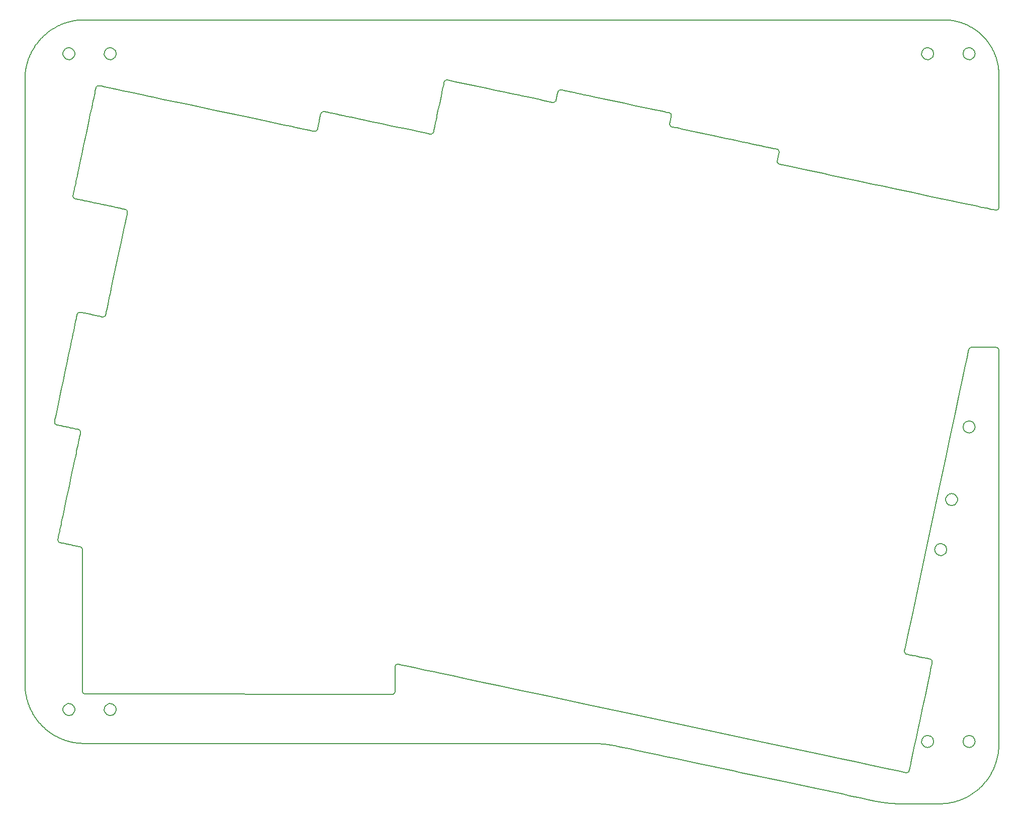
<source format=gm1>
G04 #@! TF.GenerationSoftware,KiCad,Pcbnew,(5.1.5-0-10_14)*
G04 #@! TF.CreationDate,2020-04-20T21:29:55+09:00*
G04 #@! TF.ProjectId,colice_left_topFrame,636f6c69-6365-45f6-9c65-66745f746f70,rev?*
G04 #@! TF.SameCoordinates,Original*
G04 #@! TF.FileFunction,Profile,NP*
%FSLAX46Y46*%
G04 Gerber Fmt 4.6, Leading zero omitted, Abs format (unit mm)*
G04 Created by KiCad (PCBNEW (5.1.5-0-10_14)) date 2020-04-20 21:29:55*
%MOMM*%
%LPD*%
G04 APERTURE LIST*
%ADD10C,0.200000*%
G04 APERTURE END LIST*
D10*
X181024951Y-101546006D02*
X181041856Y-101362193D01*
X181041856Y-101362193D02*
X181084942Y-101204523D01*
X181084942Y-101204523D02*
X181147662Y-101066266D01*
X181147662Y-101066266D02*
X181227119Y-100943740D01*
X181227119Y-100943740D02*
X181321010Y-100836509D01*
X181321010Y-100836509D02*
X181429142Y-100743565D01*
X181429142Y-100743565D02*
X181557883Y-100662273D01*
X181557883Y-100662273D02*
X181698341Y-100601170D01*
X181698341Y-100601170D02*
X181858283Y-100560264D01*
X181858283Y-100560264D02*
X182026761Y-100546185D01*
X28889849Y-139716778D02*
X28787656Y-139613089D01*
X28787656Y-139613089D02*
X28689121Y-139510191D01*
X28689121Y-139510191D02*
X28590885Y-139404620D01*
X28590885Y-139404620D02*
X28494947Y-139298501D01*
X28494947Y-139298501D02*
X28400651Y-139191154D01*
X28400651Y-139191154D02*
X28308007Y-139082599D01*
X28308007Y-139082599D02*
X28217023Y-138972856D01*
X28217023Y-138972856D02*
X28127702Y-138861939D01*
X28127702Y-138861939D02*
X28037711Y-138746830D01*
X28037711Y-138746830D02*
X27949498Y-138630532D01*
X27949498Y-138630532D02*
X27863068Y-138513060D01*
X27863068Y-138513060D02*
X27776231Y-138391307D01*
X27776231Y-138391307D02*
X27691290Y-138268365D01*
X27691290Y-138268365D02*
X27610363Y-138147458D01*
X27610363Y-138147458D02*
X27530228Y-138023853D01*
X27530228Y-138023853D02*
X27444449Y-137886957D01*
X27444449Y-137886957D02*
X27368752Y-137761914D01*
X27368752Y-137761914D02*
X27293500Y-137633361D01*
X27293500Y-137633361D02*
X27220204Y-137503761D01*
X27220204Y-137503761D02*
X27145722Y-137367252D01*
X27145722Y-137367252D02*
X27074706Y-137232194D01*
X27074706Y-137232194D02*
X27001966Y-137088423D01*
X27001966Y-137088423D02*
X26936489Y-136953862D01*
X26936489Y-136953862D02*
X26872251Y-136816631D01*
X26872251Y-136816631D02*
X26809721Y-136677588D01*
X26809721Y-136677588D02*
X26749324Y-136537621D01*
X26749324Y-136537621D02*
X26687142Y-136387036D01*
X26687142Y-136387036D02*
X26629471Y-136240786D01*
X26629471Y-136240786D02*
X26574429Y-136094529D01*
X26574429Y-136094529D02*
X26520413Y-135943810D01*
X26520413Y-135943810D02*
X26468807Y-135792214D01*
X26468807Y-135792214D02*
X26419050Y-135637948D01*
X26419050Y-135637948D02*
X26372052Y-135483756D01*
X26372052Y-135483756D02*
X26325487Y-135321412D01*
X26325487Y-135321412D02*
X26281885Y-135159145D01*
X26281885Y-135159145D02*
X26240099Y-134992364D01*
X26240099Y-134992364D02*
X26201163Y-134824780D01*
X26201163Y-134824780D02*
X26165091Y-134656433D01*
X26165091Y-134656433D02*
X26130844Y-134481705D01*
X26130844Y-134481705D02*
X26098574Y-134299616D01*
X26098574Y-134299616D02*
X26070783Y-134124371D01*
X26070783Y-134124371D02*
X26045707Y-133945611D01*
X26045707Y-133945611D02*
X26023840Y-133766216D01*
X26023840Y-133766216D02*
X26004839Y-133582392D01*
X26004839Y-133582392D02*
X25989216Y-133397991D01*
X25989216Y-133397991D02*
X25976778Y-133209198D01*
X25976778Y-133209198D02*
X25966792Y-132988944D01*
X25966792Y-132988944D02*
X25961913Y-132787470D01*
X25961913Y-132787470D02*
X25960912Y-132645776D01*
X125543202Y-143082812D02*
X125376852Y-143048195D01*
X125376852Y-143048195D02*
X125202218Y-143013439D01*
X125202218Y-143013439D02*
X125033353Y-142981365D01*
X125033353Y-142981365D02*
X124856184Y-142949321D01*
X124856184Y-142949321D02*
X124673718Y-142918036D01*
X124673718Y-142918036D02*
X124499081Y-142889719D01*
X124499081Y-142889719D02*
X124315115Y-142861597D01*
X124315115Y-142861597D02*
X124139014Y-142836314D01*
X124139014Y-142836314D02*
X123958655Y-142812072D01*
X123958655Y-142812072D02*
X123780121Y-142789718D01*
X123780121Y-142789718D02*
X123593274Y-142768066D01*
X123593274Y-142768066D02*
X123412338Y-142748795D01*
X123412338Y-142748795D02*
X123229195Y-142730979D01*
X123229195Y-142730979D02*
X123041817Y-142714507D01*
X123041817Y-142714507D02*
X122852246Y-142699649D01*
X122852246Y-142699649D02*
X122655896Y-142686171D01*
X122655896Y-142686171D02*
X122460427Y-142674679D01*
X122460427Y-142674679D02*
X122264318Y-142665076D01*
X122264318Y-142665076D02*
X122068100Y-142657400D01*
X122068100Y-142657400D02*
X121871781Y-142651651D01*
X121871781Y-142651651D02*
X121675378Y-142647830D01*
X121675378Y-142647830D02*
X121470718Y-142645902D01*
X121470718Y-142645902D02*
X121384746Y-142645720D01*
X178976829Y-26413206D02*
X178959922Y-26597313D01*
X178959922Y-26597313D02*
X178916868Y-26755157D01*
X178916868Y-26755157D02*
X178853498Y-26894830D01*
X178853498Y-26894830D02*
X178774677Y-27016360D01*
X178774677Y-27016360D02*
X178681225Y-27123286D01*
X178681225Y-27123286D02*
X178572190Y-27217086D01*
X178572190Y-27217086D02*
X178449923Y-27294841D01*
X178449923Y-27294841D02*
X178310270Y-27356698D01*
X178310270Y-27356698D02*
X178151086Y-27398459D01*
X178151086Y-27398459D02*
X177978636Y-27413389D01*
X177978636Y-25413385D02*
X178162196Y-25430340D01*
X178162196Y-25430340D02*
X178319429Y-25473432D01*
X178319429Y-25473432D02*
X178457052Y-25535934D01*
X178457052Y-25535934D02*
X178579395Y-25615272D01*
X178579395Y-25615272D02*
X178686259Y-25708743D01*
X178686259Y-25708743D02*
X178779409Y-25816948D01*
X178779409Y-25816948D02*
X178857654Y-25939773D01*
X178857654Y-25939773D02*
X178919519Y-26079099D01*
X178919519Y-26079099D02*
X178961595Y-26238615D01*
X178961595Y-26238615D02*
X178976829Y-26413206D01*
X173405005Y-152809442D02*
X173204410Y-152808433D01*
X173204410Y-152808433D02*
X172991612Y-152805163D01*
X172991612Y-152805163D02*
X172793222Y-152800072D01*
X172793222Y-152800072D02*
X172599021Y-152793182D01*
X172599021Y-152793182D02*
X172404925Y-152784404D01*
X172404925Y-152784404D02*
X172212989Y-152773863D01*
X172212989Y-152773863D02*
X172021185Y-152761480D01*
X172021185Y-152761480D02*
X171833604Y-152747581D01*
X171833604Y-152747581D02*
X171648715Y-152732137D01*
X171648715Y-152732137D02*
X171465005Y-152715084D01*
X171465005Y-152715084D02*
X171279427Y-152696117D01*
X171279427Y-152696117D02*
X171099110Y-152676010D01*
X171099110Y-152676010D02*
X170920501Y-152654459D01*
X170920501Y-152654459D02*
X170742082Y-152631301D01*
X170742082Y-152631301D02*
X170563866Y-152606540D01*
X170563866Y-152606540D02*
X170383336Y-152579787D01*
X170383336Y-152579787D02*
X170208088Y-152552206D01*
X170208088Y-152552206D02*
X170030544Y-152522636D01*
X170030544Y-152522636D02*
X169859287Y-152492554D01*
X169859287Y-152492554D02*
X169686256Y-152460601D01*
X169686256Y-152460601D02*
X169518502Y-152428118D01*
X169518502Y-152428118D02*
X169348991Y-152393781D01*
X169348991Y-152393781D02*
X169246814Y-152372349D01*
X184976865Y-90309718D02*
X184976865Y-90309718D01*
X40307986Y-137924878D02*
X40307986Y-137924878D01*
X185975059Y-89309535D02*
X185958152Y-89493642D01*
X185958152Y-89493642D02*
X185915097Y-89651486D01*
X185915097Y-89651486D02*
X185851727Y-89791159D01*
X185851727Y-89791159D02*
X185772906Y-89912689D01*
X185772906Y-89912689D02*
X185679454Y-90019615D01*
X185679454Y-90019615D02*
X185570419Y-90113415D01*
X185570419Y-90113415D02*
X185448152Y-90191170D01*
X185448152Y-90191170D02*
X185308499Y-90253027D01*
X185308499Y-90253027D02*
X185149315Y-90294788D01*
X185149315Y-90294788D02*
X184976865Y-90309718D01*
X184976865Y-88309714D02*
X185160425Y-88326669D01*
X185160425Y-88326669D02*
X185317658Y-88369762D01*
X185317658Y-88369762D02*
X185455281Y-88432264D01*
X185455281Y-88432264D02*
X185577624Y-88511602D01*
X185577624Y-88511602D02*
X185684488Y-88605073D01*
X185684488Y-88605073D02*
X185777638Y-88713278D01*
X185777638Y-88713278D02*
X185855883Y-88836102D01*
X185855883Y-88836102D02*
X185917748Y-88975428D01*
X185917748Y-88975428D02*
X185959825Y-89134944D01*
X185959825Y-89134944D02*
X185975059Y-89309535D01*
X40307986Y-27413389D02*
X40123698Y-27396521D01*
X40123698Y-27396521D02*
X39964581Y-27353148D01*
X39964581Y-27353148D02*
X39825784Y-27290241D01*
X39825784Y-27290241D02*
X39701050Y-27209185D01*
X39701050Y-27209185D02*
X39591652Y-27112645D01*
X39591652Y-27112645D02*
X39498469Y-27002795D01*
X39498469Y-27002795D02*
X39421442Y-26879686D01*
X39421442Y-26879686D02*
X39360664Y-26739638D01*
X39360664Y-26739638D02*
X39320013Y-26579975D01*
X39320013Y-26579975D02*
X39306176Y-26413206D01*
X177978636Y-143309767D02*
X177978636Y-143309767D01*
X183975055Y-89309535D02*
X183991960Y-89125722D01*
X183991960Y-89125722D02*
X184035046Y-88968052D01*
X184035046Y-88968052D02*
X184097766Y-88829795D01*
X184097766Y-88829795D02*
X184177223Y-88707269D01*
X184177223Y-88707269D02*
X184271114Y-88600038D01*
X184271114Y-88600038D02*
X184379246Y-88507094D01*
X184379246Y-88507094D02*
X184507987Y-88425802D01*
X184507987Y-88425802D02*
X184648445Y-88364699D01*
X184648445Y-88364699D02*
X184808387Y-88323793D01*
X184808387Y-88323793D02*
X184976865Y-88309714D01*
X184976865Y-90309718D02*
X184792577Y-90292850D01*
X184792577Y-90292850D02*
X184633460Y-90249477D01*
X184633460Y-90249477D02*
X184494663Y-90186570D01*
X184494663Y-90186570D02*
X184369929Y-90105514D01*
X184369929Y-90105514D02*
X184260531Y-90008974D01*
X184260531Y-90008974D02*
X184167348Y-89899124D01*
X184167348Y-89899124D02*
X184090321Y-89776015D01*
X184090321Y-89776015D02*
X184029543Y-89635967D01*
X184029543Y-89635967D02*
X183988892Y-89476304D01*
X183988892Y-89476304D02*
X183975055Y-89309535D01*
X40307986Y-27413389D02*
X40307986Y-27413389D01*
X41306179Y-136924695D02*
X41289272Y-137108802D01*
X41289272Y-137108802D02*
X41246218Y-137266646D01*
X41246218Y-137266646D02*
X41182848Y-137406319D01*
X41182848Y-137406319D02*
X41104027Y-137527849D01*
X41104027Y-137527849D02*
X41010575Y-137634775D01*
X41010575Y-137634775D02*
X40901540Y-137728575D01*
X40901540Y-137728575D02*
X40779273Y-137806330D01*
X40779273Y-137806330D02*
X40639620Y-137868187D01*
X40639620Y-137868187D02*
X40480436Y-137909948D01*
X40480436Y-137909948D02*
X40307986Y-137924878D01*
X40307986Y-135924874D02*
X40491546Y-135941829D01*
X40491546Y-135941829D02*
X40648779Y-135984922D01*
X40648779Y-135984922D02*
X40786402Y-136047424D01*
X40786402Y-136047424D02*
X40908745Y-136126762D01*
X40908745Y-136126762D02*
X41015609Y-136220233D01*
X41015609Y-136220233D02*
X41108759Y-136328438D01*
X41108759Y-136328438D02*
X41187004Y-136451262D01*
X41187004Y-136451262D02*
X41248869Y-136590588D01*
X41248869Y-136590588D02*
X41290945Y-136750104D01*
X41290945Y-136750104D02*
X41306179Y-136924695D01*
X177978636Y-141309763D02*
X178162196Y-141326718D01*
X178162196Y-141326718D02*
X178319429Y-141369810D01*
X178319429Y-141369810D02*
X178457052Y-141432312D01*
X178457052Y-141432312D02*
X178579395Y-141511650D01*
X178579395Y-141511650D02*
X178686259Y-141605121D01*
X178686259Y-141605121D02*
X178779409Y-141713326D01*
X178779409Y-141713326D02*
X178857654Y-141836151D01*
X178857654Y-141836151D02*
X178919519Y-141975477D01*
X178919519Y-141975477D02*
X178961595Y-142134993D01*
X178961595Y-142134993D02*
X178976829Y-142309584D01*
X178976829Y-142309584D02*
X178959922Y-142493691D01*
X178959922Y-142493691D02*
X178916868Y-142651535D01*
X178916868Y-142651535D02*
X178853498Y-142791208D01*
X178853498Y-142791208D02*
X178774677Y-142912738D01*
X178774677Y-142912738D02*
X178681225Y-143019664D01*
X178681225Y-143019664D02*
X178572190Y-143113464D01*
X178572190Y-143113464D02*
X178449923Y-143191219D01*
X178449923Y-143191219D02*
X178310270Y-143253076D01*
X178310270Y-143253076D02*
X178151086Y-143294837D01*
X178151086Y-143294837D02*
X177978636Y-143309767D01*
X176976826Y-26413206D02*
X176993731Y-26229393D01*
X176993731Y-26229393D02*
X177036817Y-26071723D01*
X177036817Y-26071723D02*
X177099537Y-25933466D01*
X177099537Y-25933466D02*
X177178994Y-25810939D01*
X177178994Y-25810939D02*
X177272885Y-25703708D01*
X177272885Y-25703708D02*
X177381017Y-25610764D01*
X177381017Y-25610764D02*
X177509758Y-25529472D01*
X177509758Y-25529472D02*
X177650216Y-25468369D01*
X177650216Y-25468369D02*
X177810158Y-25427464D01*
X177810158Y-25427464D02*
X177978636Y-25413385D01*
X177978636Y-27413389D02*
X177794348Y-27396521D01*
X177794348Y-27396521D02*
X177635231Y-27353148D01*
X177635231Y-27353148D02*
X177496434Y-27290241D01*
X177496434Y-27290241D02*
X177371700Y-27209185D01*
X177371700Y-27209185D02*
X177262302Y-27112645D01*
X177262302Y-27112645D02*
X177169119Y-27002795D01*
X177169119Y-27002795D02*
X177092092Y-26879686D01*
X177092092Y-26879686D02*
X177031314Y-26739638D01*
X177031314Y-26739638D02*
X176990663Y-26579975D01*
X176990663Y-26579975D02*
X176976826Y-26413206D01*
X174110649Y-127020989D02*
X174163939Y-126770271D01*
X174163939Y-126770271D02*
X174306773Y-126098272D01*
X174306773Y-126098272D02*
X174592327Y-124754835D01*
X174592327Y-124754835D02*
X175397583Y-120966378D01*
X175397583Y-120966378D02*
X177705761Y-110107225D01*
X177705761Y-110107225D02*
X179999051Y-99318117D01*
X179999051Y-99318117D02*
X180903197Y-95064424D01*
X180903197Y-95064424D02*
X181772018Y-90976930D01*
X181772018Y-90976930D02*
X182582757Y-87162693D01*
X182582757Y-87162693D02*
X183135945Y-84560133D01*
X183135945Y-84560133D02*
X183476418Y-82958320D01*
X183476418Y-82958320D02*
X183789571Y-81485041D01*
X183789571Y-81485041D02*
X184072559Y-80153676D01*
X184072559Y-80153676D02*
X184322537Y-78977608D01*
X184322537Y-78977608D02*
X184536662Y-77970219D01*
X184536662Y-77970219D02*
X184712087Y-77144891D01*
X184712087Y-77144891D02*
X184845971Y-76515007D01*
X184845971Y-76515007D02*
X184894537Y-76286518D01*
X179978843Y-152809442D02*
X173405005Y-152809442D01*
X169246814Y-152372349D02*
X168869163Y-152292071D01*
X168869163Y-152292071D02*
X168019096Y-152111373D01*
X168019096Y-152111373D02*
X167061955Y-151907916D01*
X167061955Y-151907916D02*
X166275332Y-151740707D01*
X166275332Y-151740707D02*
X165723379Y-151623382D01*
X165723379Y-151623382D02*
X164855989Y-151439006D01*
X164855989Y-151439006D02*
X163621932Y-151176691D01*
X163621932Y-151176691D02*
X161636083Y-150754575D01*
X161636083Y-150754575D02*
X158747059Y-150140481D01*
X158747059Y-150140481D02*
X155651272Y-149482440D01*
X155651272Y-149482440D02*
X153226052Y-148966937D01*
X153226052Y-148966937D02*
X151578470Y-148616729D01*
X151578470Y-148616729D02*
X149075716Y-148084749D01*
X149075716Y-148084749D02*
X146554503Y-147548846D01*
X146554503Y-147548846D02*
X145296203Y-147281384D01*
X145296203Y-147281384D02*
X144459953Y-147103634D01*
X144459953Y-147103634D02*
X142382021Y-146661956D01*
X142382021Y-146661956D02*
X139138560Y-145972538D01*
X139138560Y-145972538D02*
X136805657Y-145476666D01*
X136805657Y-145476666D02*
X135305774Y-145157859D01*
X135305774Y-145157859D02*
X133861275Y-144850826D01*
X133861275Y-144850826D02*
X132479544Y-144557133D01*
X132479544Y-144557133D02*
X131167966Y-144278354D01*
X131167966Y-144278354D02*
X129933928Y-144016056D01*
X129933928Y-144016056D02*
X128784811Y-143771810D01*
X128784811Y-143771810D02*
X127728000Y-143547184D01*
X127728000Y-143547184D02*
X126770881Y-143343749D01*
X126770881Y-143343749D02*
X125920839Y-143163076D01*
X125920839Y-143163076D02*
X125543202Y-143082812D01*
X180193198Y-110978210D02*
X180193198Y-110978210D01*
X176976826Y-142309584D02*
X176993731Y-142125771D01*
X176993731Y-142125771D02*
X177036817Y-141968101D01*
X177036817Y-141968101D02*
X177099537Y-141829844D01*
X177099537Y-141829844D02*
X177178994Y-141707317D01*
X177178994Y-141707317D02*
X177272885Y-141600086D01*
X177272885Y-141600086D02*
X177381017Y-141507142D01*
X177381017Y-141507142D02*
X177509758Y-141425850D01*
X177509758Y-141425850D02*
X177650216Y-141364747D01*
X177650216Y-141364747D02*
X177810158Y-141323842D01*
X177810158Y-141323842D02*
X177978636Y-141309763D01*
X177978636Y-143309767D02*
X177794348Y-143292899D01*
X177794348Y-143292899D02*
X177635231Y-143249526D01*
X177635231Y-143249526D02*
X177496434Y-143186619D01*
X177496434Y-143186619D02*
X177371700Y-143105563D01*
X177371700Y-143105563D02*
X177262302Y-143009023D01*
X177262302Y-143009023D02*
X177169119Y-142899173D01*
X177169119Y-142899173D02*
X177092092Y-142776064D01*
X177092092Y-142776064D02*
X177031314Y-142636016D01*
X177031314Y-142636016D02*
X176990663Y-142476353D01*
X176990663Y-142476353D02*
X176976826Y-142309584D01*
X182026761Y-102546189D02*
X182026761Y-102546189D01*
X181191392Y-109978027D02*
X181174485Y-110162134D01*
X181174485Y-110162134D02*
X181131430Y-110319978D01*
X181131430Y-110319978D02*
X181068060Y-110459651D01*
X181068060Y-110459651D02*
X180989239Y-110581181D01*
X180989239Y-110581181D02*
X180895787Y-110688107D01*
X180895787Y-110688107D02*
X180786752Y-110781907D01*
X180786752Y-110781907D02*
X180664485Y-110859662D01*
X180664485Y-110859662D02*
X180524832Y-110921519D01*
X180524832Y-110921519D02*
X180365648Y-110963280D01*
X180365648Y-110963280D02*
X180193198Y-110978210D01*
X180193198Y-108978206D02*
X180376758Y-108995161D01*
X180376758Y-108995161D02*
X180533991Y-109038253D01*
X180533991Y-109038253D02*
X180671614Y-109100755D01*
X180671614Y-109100755D02*
X180793957Y-109180093D01*
X180793957Y-109180093D02*
X180900821Y-109273564D01*
X180900821Y-109273564D02*
X180993971Y-109381769D01*
X180993971Y-109381769D02*
X181072216Y-109504594D01*
X181072216Y-109504594D02*
X181134081Y-109643920D01*
X181134081Y-109643920D02*
X181176158Y-109803436D01*
X181176158Y-109803436D02*
X181191392Y-109978027D01*
X179191388Y-109978027D02*
X179208293Y-109794214D01*
X179208293Y-109794214D02*
X179251379Y-109636544D01*
X179251379Y-109636544D02*
X179314099Y-109498287D01*
X179314099Y-109498287D02*
X179393556Y-109375760D01*
X179393556Y-109375760D02*
X179487447Y-109268529D01*
X179487447Y-109268529D02*
X179595579Y-109175585D01*
X179595579Y-109175585D02*
X179724320Y-109094293D01*
X179724320Y-109094293D02*
X179864778Y-109033190D01*
X179864778Y-109033190D02*
X180024720Y-108992285D01*
X180024720Y-108992285D02*
X180193198Y-108978206D01*
X180193198Y-110978210D02*
X180008910Y-110961342D01*
X180008910Y-110961342D02*
X179849793Y-110917969D01*
X179849793Y-110917969D02*
X179710996Y-110855062D01*
X179710996Y-110855062D02*
X179586262Y-110774006D01*
X179586262Y-110774006D02*
X179476864Y-110677466D01*
X179476864Y-110677466D02*
X179383681Y-110567616D01*
X179383681Y-110567616D02*
X179306654Y-110444507D01*
X179306654Y-110444507D02*
X179245876Y-110304459D01*
X179245876Y-110304459D02*
X179205225Y-110144796D01*
X179205225Y-110144796D02*
X179191388Y-109978027D01*
X184976865Y-143309767D02*
X184976865Y-143309767D01*
X183024954Y-101546006D02*
X183008047Y-101730113D01*
X183008047Y-101730113D02*
X182964993Y-101887957D01*
X182964993Y-101887957D02*
X182901623Y-102027630D01*
X182901623Y-102027630D02*
X182822802Y-102149160D01*
X182822802Y-102149160D02*
X182729350Y-102256086D01*
X182729350Y-102256086D02*
X182620315Y-102349886D01*
X182620315Y-102349886D02*
X182498048Y-102427641D01*
X182498048Y-102427641D02*
X182358395Y-102489498D01*
X182358395Y-102489498D02*
X182199211Y-102531259D01*
X182199211Y-102531259D02*
X182026761Y-102546189D01*
X182026761Y-100546185D02*
X182210321Y-100563140D01*
X182210321Y-100563140D02*
X182367554Y-100606233D01*
X182367554Y-100606233D02*
X182505177Y-100668735D01*
X182505177Y-100668735D02*
X182627520Y-100748073D01*
X182627520Y-100748073D02*
X182734384Y-100841544D01*
X182734384Y-100841544D02*
X182827534Y-100949749D01*
X182827534Y-100949749D02*
X182905779Y-101072573D01*
X182905779Y-101072573D02*
X182967644Y-101211899D01*
X182967644Y-101211899D02*
X183009720Y-101371415D01*
X183009720Y-101371415D02*
X183024954Y-101546006D01*
X182026761Y-102546189D02*
X181842473Y-102529321D01*
X181842473Y-102529321D02*
X181683356Y-102485948D01*
X181683356Y-102485948D02*
X181544559Y-102423041D01*
X181544559Y-102423041D02*
X181419825Y-102341985D01*
X181419825Y-102341985D02*
X181310427Y-102245445D01*
X181310427Y-102245445D02*
X181217244Y-102135595D01*
X181217244Y-102135595D02*
X181140217Y-102012486D01*
X181140217Y-102012486D02*
X181079439Y-101872438D01*
X181079439Y-101872438D02*
X181038788Y-101712775D01*
X181038788Y-101712775D02*
X181024951Y-101546006D01*
X33360028Y-137924878D02*
X33360028Y-137924878D01*
X185975059Y-142309584D02*
X185958152Y-142493691D01*
X185958152Y-142493691D02*
X185915097Y-142651535D01*
X185915097Y-142651535D02*
X185851727Y-142791208D01*
X185851727Y-142791208D02*
X185772906Y-142912738D01*
X185772906Y-142912738D02*
X185679454Y-143019664D01*
X185679454Y-143019664D02*
X185570419Y-143113464D01*
X185570419Y-143113464D02*
X185448152Y-143191219D01*
X185448152Y-143191219D02*
X185308499Y-143253076D01*
X185308499Y-143253076D02*
X185149315Y-143294837D01*
X185149315Y-143294837D02*
X184976865Y-143309767D01*
X184976865Y-141309763D02*
X185160425Y-141326718D01*
X185160425Y-141326718D02*
X185317658Y-141369810D01*
X185317658Y-141369810D02*
X185455281Y-141432312D01*
X185455281Y-141432312D02*
X185577624Y-141511650D01*
X185577624Y-141511650D02*
X185684488Y-141605121D01*
X185684488Y-141605121D02*
X185777638Y-141713326D01*
X185777638Y-141713326D02*
X185855883Y-141836151D01*
X185855883Y-141836151D02*
X185917748Y-141975477D01*
X185917748Y-141975477D02*
X185959825Y-142134993D01*
X185959825Y-142134993D02*
X185975059Y-142309584D01*
X183975055Y-142309584D02*
X183991960Y-142125771D01*
X183991960Y-142125771D02*
X184035046Y-141968101D01*
X184035046Y-141968101D02*
X184097766Y-141829844D01*
X184097766Y-141829844D02*
X184177223Y-141707317D01*
X184177223Y-141707317D02*
X184271114Y-141600086D01*
X184271114Y-141600086D02*
X184379246Y-141507142D01*
X184379246Y-141507142D02*
X184507987Y-141425850D01*
X184507987Y-141425850D02*
X184648445Y-141364747D01*
X184648445Y-141364747D02*
X184808387Y-141323842D01*
X184808387Y-141323842D02*
X184976865Y-141309763D01*
X184976865Y-143309767D02*
X184792577Y-143292899D01*
X184792577Y-143292899D02*
X184633460Y-143249526D01*
X184633460Y-143249526D02*
X184494663Y-143186619D01*
X184494663Y-143186619D02*
X184369929Y-143105563D01*
X184369929Y-143105563D02*
X184260531Y-143009023D01*
X184260531Y-143009023D02*
X184167348Y-142899173D01*
X184167348Y-142899173D02*
X184090321Y-142776064D01*
X184090321Y-142776064D02*
X184029543Y-142636016D01*
X184029543Y-142636016D02*
X183988892Y-142476353D01*
X183988892Y-142476353D02*
X183975055Y-142309584D01*
X33360028Y-27413389D02*
X33360028Y-27413389D01*
X34358221Y-136924695D02*
X34341314Y-137108802D01*
X34341314Y-137108802D02*
X34298259Y-137266646D01*
X34298259Y-137266646D02*
X34234889Y-137406319D01*
X34234889Y-137406319D02*
X34156068Y-137527849D01*
X34156068Y-137527849D02*
X34062616Y-137634775D01*
X34062616Y-137634775D02*
X33953581Y-137728575D01*
X33953581Y-137728575D02*
X33831315Y-137806330D01*
X33831315Y-137806330D02*
X33691662Y-137868187D01*
X33691662Y-137868187D02*
X33532478Y-137909948D01*
X33532478Y-137909948D02*
X33360028Y-137924878D01*
X33360028Y-135924874D02*
X33543588Y-135941829D01*
X33543588Y-135941829D02*
X33700821Y-135984922D01*
X33700821Y-135984922D02*
X33838443Y-136047424D01*
X33838443Y-136047424D02*
X33960786Y-136126762D01*
X33960786Y-136126762D02*
X34067650Y-136220233D01*
X34067650Y-136220233D02*
X34160800Y-136328438D01*
X34160800Y-136328438D02*
X34239045Y-136451262D01*
X34239045Y-136451262D02*
X34300910Y-136590588D01*
X34300910Y-136590588D02*
X34342987Y-136750104D01*
X34342987Y-136750104D02*
X34358221Y-136924695D01*
X32358218Y-136924695D02*
X32375123Y-136740882D01*
X32375123Y-136740882D02*
X32418208Y-136583212D01*
X32418208Y-136583212D02*
X32480928Y-136444955D01*
X32480928Y-136444955D02*
X32560385Y-136322429D01*
X32560385Y-136322429D02*
X32654276Y-136215198D01*
X32654276Y-136215198D02*
X32762408Y-136122254D01*
X32762408Y-136122254D02*
X32891150Y-136040962D01*
X32891150Y-136040962D02*
X33031608Y-135979859D01*
X33031608Y-135979859D02*
X33191550Y-135938953D01*
X33191550Y-135938953D02*
X33360028Y-135924874D01*
X33360028Y-137924878D02*
X33175740Y-137908010D01*
X33175740Y-137908010D02*
X33016623Y-137864637D01*
X33016623Y-137864637D02*
X32877826Y-137801730D01*
X32877826Y-137801730D02*
X32753091Y-137720674D01*
X32753091Y-137720674D02*
X32643693Y-137624134D01*
X32643693Y-137624134D02*
X32550510Y-137514284D01*
X32550510Y-137514284D02*
X32473483Y-137391175D01*
X32473483Y-137391175D02*
X32412705Y-137251127D01*
X32412705Y-137251127D02*
X32372055Y-137091464D01*
X32372055Y-137091464D02*
X32358218Y-136924695D01*
X184976865Y-27413389D02*
X184976865Y-27413389D01*
X34358221Y-26413206D02*
X34341314Y-26597313D01*
X34341314Y-26597313D02*
X34298259Y-26755157D01*
X34298259Y-26755157D02*
X34234889Y-26894830D01*
X34234889Y-26894830D02*
X34156068Y-27016360D01*
X34156068Y-27016360D02*
X34062616Y-27123286D01*
X34062616Y-27123286D02*
X33953581Y-27217086D01*
X33953581Y-27217086D02*
X33831315Y-27294841D01*
X33831315Y-27294841D02*
X33691662Y-27356698D01*
X33691662Y-27356698D02*
X33532478Y-27398459D01*
X33532478Y-27398459D02*
X33360028Y-27413389D01*
X33360028Y-25413385D02*
X33543588Y-25430340D01*
X33543588Y-25430340D02*
X33700821Y-25473432D01*
X33700821Y-25473432D02*
X33838443Y-25535934D01*
X33838443Y-25535934D02*
X33960786Y-25615272D01*
X33960786Y-25615272D02*
X34067650Y-25708743D01*
X34067650Y-25708743D02*
X34160800Y-25816948D01*
X34160800Y-25816948D02*
X34239045Y-25939773D01*
X34239045Y-25939773D02*
X34300910Y-26079099D01*
X34300910Y-26079099D02*
X34342987Y-26238615D01*
X34342987Y-26238615D02*
X34358221Y-26413206D01*
X32358218Y-26413206D02*
X32375123Y-26229393D01*
X32375123Y-26229393D02*
X32418208Y-26071723D01*
X32418208Y-26071723D02*
X32480928Y-25933466D01*
X32480928Y-25933466D02*
X32560385Y-25810939D01*
X32560385Y-25810939D02*
X32654276Y-25703708D01*
X32654276Y-25703708D02*
X32762408Y-25610764D01*
X32762408Y-25610764D02*
X32891150Y-25529472D01*
X32891150Y-25529472D02*
X33031608Y-25468369D01*
X33031608Y-25468369D02*
X33191550Y-25427464D01*
X33191550Y-25427464D02*
X33360028Y-25413385D01*
X33360028Y-27413389D02*
X33175740Y-27396521D01*
X33175740Y-27396521D02*
X33016623Y-27353148D01*
X33016623Y-27353148D02*
X32877826Y-27290241D01*
X32877826Y-27290241D02*
X32753091Y-27209185D01*
X32753091Y-27209185D02*
X32643693Y-27112645D01*
X32643693Y-27112645D02*
X32550510Y-27002795D01*
X32550510Y-27002795D02*
X32473483Y-26879686D01*
X32473483Y-26879686D02*
X32412705Y-26739638D01*
X32412705Y-26739638D02*
X32372055Y-26579975D01*
X32372055Y-26579975D02*
X32358218Y-26413206D01*
X189977183Y-52276863D02*
X189977183Y-52276863D01*
X185975059Y-26413206D02*
X185958152Y-26597313D01*
X185958152Y-26597313D02*
X185915097Y-26755157D01*
X185915097Y-26755157D02*
X185851727Y-26894830D01*
X185851727Y-26894830D02*
X185772906Y-27016360D01*
X185772906Y-27016360D02*
X185679454Y-27123286D01*
X185679454Y-27123286D02*
X185570419Y-27217086D01*
X185570419Y-27217086D02*
X185448152Y-27294841D01*
X185448152Y-27294841D02*
X185308499Y-27356698D01*
X185308499Y-27356698D02*
X185149315Y-27398459D01*
X185149315Y-27398459D02*
X184976865Y-27413389D01*
X184976865Y-25413385D02*
X185160425Y-25430340D01*
X185160425Y-25430340D02*
X185317658Y-25473432D01*
X185317658Y-25473432D02*
X185455281Y-25535934D01*
X185455281Y-25535934D02*
X185577624Y-25615272D01*
X185577624Y-25615272D02*
X185684488Y-25708743D01*
X185684488Y-25708743D02*
X185777638Y-25816948D01*
X185777638Y-25816948D02*
X185855883Y-25939773D01*
X185855883Y-25939773D02*
X185917748Y-26079099D01*
X185917748Y-26079099D02*
X185959825Y-26238615D01*
X185959825Y-26238615D02*
X185975059Y-26413206D01*
X189977183Y-52276863D02*
X189947231Y-52447156D01*
X189947231Y-52447156D02*
X189876741Y-52577241D01*
X189876741Y-52577241D02*
X189791710Y-52665272D01*
X25960912Y-30713813D02*
X25962865Y-30514050D01*
X25962865Y-30514050D02*
X25969429Y-30297217D01*
X25969429Y-30297217D02*
X25979349Y-30101483D01*
X25979349Y-30101483D02*
X25993003Y-29906756D01*
X25993003Y-29906756D02*
X26009578Y-29720957D01*
X26009578Y-29720957D02*
X26029523Y-29536146D01*
X26029523Y-29536146D02*
X26052279Y-29356259D01*
X26052279Y-29356259D02*
X26077614Y-29181255D01*
X26077614Y-29181255D02*
X26105953Y-29007243D01*
X26105953Y-29007243D02*
X26137638Y-28832335D01*
X26137638Y-28832335D02*
X26171151Y-28664210D01*
X26171151Y-28664210D02*
X26210467Y-28483862D01*
X26210467Y-28483862D02*
X26249767Y-28317898D01*
X26249767Y-28317898D02*
X26292798Y-28149280D01*
X26292798Y-28149280D02*
X26336576Y-27989236D01*
X26336576Y-27989236D02*
X26381818Y-27833956D01*
X26381818Y-27833956D02*
X26429493Y-27679728D01*
X26429493Y-27679728D02*
X26482021Y-27519306D01*
X26482021Y-27519306D02*
X26537169Y-27360089D01*
X26537169Y-27360089D02*
X26594912Y-27202103D01*
X26594912Y-27202103D02*
X26651029Y-27056019D01*
X26651029Y-27056019D02*
X26710806Y-26907523D01*
X26710806Y-26907523D02*
X26777398Y-26749738D01*
X26777398Y-26749738D02*
X26838784Y-26610651D01*
X26838784Y-26610651D02*
X26902209Y-26472683D01*
X26902209Y-26472683D02*
X26969321Y-26332446D01*
X26969321Y-26332446D02*
X27036823Y-26196799D01*
X27036823Y-26196799D02*
X27108074Y-26058985D01*
X27108074Y-26058985D02*
X27179574Y-25925742D01*
X27179574Y-25925742D02*
X27251159Y-25796998D01*
X27251159Y-25796998D02*
X27324577Y-25669428D01*
X27324577Y-25669428D02*
X27399809Y-25543049D01*
X27399809Y-25543049D02*
X27476835Y-25417877D01*
X27476835Y-25417877D02*
X27557683Y-25290771D01*
X27557683Y-25290771D02*
X27638294Y-25168103D01*
X27638294Y-25168103D02*
X27720645Y-25046695D01*
X27720645Y-25046695D02*
X27804722Y-24926568D01*
X27804722Y-24926568D02*
X27890502Y-24807737D01*
X27890502Y-24807737D02*
X27977975Y-24690222D01*
X27977975Y-24690222D02*
X28064810Y-24577002D01*
X28064810Y-24577002D02*
X28153215Y-24465066D01*
X28153215Y-24465066D02*
X28247954Y-24348643D01*
X28247954Y-24348643D02*
X28341960Y-24236529D01*
X28341960Y-24236529D02*
X28437568Y-24125825D01*
X28437568Y-24125825D02*
X28534756Y-24016539D01*
X28534756Y-24016539D02*
X28633511Y-23908692D01*
X28633511Y-23908692D02*
X28731222Y-23805013D01*
X28731222Y-23805013D02*
X28833014Y-23700061D01*
X28833014Y-23700061D02*
X28936318Y-23596603D01*
X28936318Y-23596603D02*
X29041117Y-23494652D01*
X29041117Y-23494652D02*
X29144647Y-23396786D01*
X29144647Y-23396786D02*
X29249564Y-23300385D01*
X29249564Y-23300385D02*
X29358663Y-23202991D01*
X29358663Y-23202991D02*
X29472039Y-23104742D01*
X29472039Y-23104742D02*
X29595570Y-23001002D01*
X29595570Y-23001002D02*
X29709063Y-22908608D01*
X29709063Y-22908608D02*
X29820964Y-22820159D01*
X29820964Y-22820159D02*
X29934150Y-22733279D01*
X29934150Y-22733279D02*
X30051627Y-22645763D01*
X30051627Y-22645763D02*
X30170424Y-22559936D01*
X30170424Y-22559936D02*
X30290518Y-22475811D01*
X30290518Y-22475811D02*
X30415020Y-22391323D01*
X30415020Y-22391323D02*
X30537687Y-22310710D01*
X30537687Y-22310710D02*
X30661601Y-22231857D01*
X30661601Y-22231857D02*
X30789965Y-22152831D01*
X30789965Y-22152831D02*
X30916344Y-22077596D01*
X30916344Y-22077596D02*
X31043914Y-22004177D01*
X31043914Y-22004177D02*
X31172659Y-21932588D01*
X31172659Y-21932588D02*
X31305902Y-21861086D01*
X31305902Y-21861086D02*
X31440341Y-21791544D01*
X31440341Y-21791544D02*
X31575958Y-21723989D01*
X31575958Y-21723989D02*
X31712730Y-21658437D01*
X31712730Y-21658437D02*
X31854107Y-21593344D01*
X31854107Y-21593344D02*
X31996658Y-21530395D01*
X31996658Y-21530395D02*
X32140362Y-21469613D01*
X32140362Y-21469613D02*
X32283429Y-21411718D01*
X32283429Y-21411718D02*
X32431153Y-21354625D01*
X32431153Y-21354625D02*
X32583600Y-21298525D01*
X32583600Y-21298525D02*
X32737195Y-21244839D01*
X32737195Y-21244839D02*
X32890094Y-21194180D01*
X32890094Y-21194180D02*
X33044072Y-21145929D01*
X33044072Y-21145929D02*
X33199106Y-21100103D01*
X33199106Y-21100103D02*
X33362634Y-21054722D01*
X33362634Y-21054722D02*
X33527273Y-21012055D01*
X33527273Y-21012055D02*
X33691109Y-20972566D01*
X33691109Y-20972566D02*
X33859780Y-20934963D01*
X33859780Y-20934963D02*
X34027600Y-20900589D01*
X34027600Y-20900589D02*
X34215672Y-20865622D01*
X34215672Y-20865622D02*
X34389466Y-20836616D01*
X34389466Y-20836616D02*
X34568151Y-20810068D01*
X34568151Y-20810068D02*
X34747851Y-20786686D01*
X34747851Y-20786686D02*
X34928536Y-20766500D01*
X34928536Y-20766500D02*
X35114133Y-20749204D01*
X35114133Y-20749204D02*
X35316620Y-20734284D01*
X35316620Y-20734284D02*
X35516203Y-20723573D01*
X35516203Y-20723573D02*
X35712780Y-20716883D01*
X35712780Y-20716883D02*
X35910301Y-20713992D01*
X35910301Y-20713992D02*
X35960839Y-20713869D01*
X25960912Y-132645776D02*
X25960912Y-30713813D01*
X174495618Y-127613921D02*
X174350612Y-127558565D01*
X174350612Y-127558565D02*
X174237341Y-127469455D01*
X174237341Y-127469455D02*
X174154406Y-127352293D01*
X174154406Y-127352293D02*
X174105339Y-127200556D01*
X174105339Y-127200556D02*
X174110649Y-127020989D01*
X153064367Y-45048169D02*
X152919664Y-44992750D01*
X152919664Y-44992750D02*
X152807039Y-44904610D01*
X152807039Y-44904610D02*
X152748984Y-44831210D01*
X189373139Y-52765813D02*
X189022899Y-52691358D01*
X189022899Y-52691358D02*
X188747508Y-52632816D01*
X188747508Y-52632816D02*
X188440615Y-52567579D01*
X188440615Y-52567579D02*
X187927168Y-52458436D01*
X187927168Y-52458436D02*
X187137312Y-52290540D01*
X187137312Y-52290540D02*
X186240859Y-52099987D01*
X186240859Y-52099987D02*
X185500896Y-51942697D01*
X185500896Y-51942697D02*
X184980809Y-51832148D01*
X184980809Y-51832148D02*
X183599532Y-51538545D01*
X183599532Y-51538545D02*
X181761619Y-51147881D01*
X181761619Y-51147881D02*
X180461585Y-50871549D01*
X180461585Y-50871549D02*
X178416650Y-50436885D01*
X178416650Y-50436885D02*
X175539327Y-49825293D01*
X175539327Y-49825293D02*
X172563435Y-49192752D01*
X172563435Y-49192752D02*
X170309041Y-48713570D01*
X170309041Y-48713570D02*
X168811867Y-48395340D01*
X168811867Y-48395340D02*
X166591998Y-47923499D01*
X166591998Y-47923499D02*
X163734482Y-47316124D01*
X163734482Y-47316124D02*
X161711209Y-46886071D01*
X161711209Y-46886071D02*
X160428507Y-46613429D01*
X160428507Y-46613429D02*
X157474411Y-45985530D01*
X157474411Y-45985530D02*
X155176604Y-45497126D01*
X155176604Y-45497126D02*
X154418934Y-45336082D01*
X154418934Y-45336082D02*
X153489481Y-45138526D01*
X153489481Y-45138526D02*
X153064367Y-45048169D01*
X96548836Y-31240864D02*
X96478974Y-31569547D01*
X96478974Y-31569547D02*
X96289829Y-32459436D01*
X96289829Y-32459436D02*
X96057074Y-33554496D01*
X96057074Y-33554496D02*
X95798154Y-34772664D01*
X95798154Y-34772664D02*
X95530511Y-36031876D01*
X95530511Y-36031876D02*
X95367322Y-36799656D01*
X95367322Y-36799656D02*
X95303818Y-37098434D01*
X95303818Y-37098434D02*
X95211221Y-37534103D01*
X95211221Y-37534103D02*
X95094843Y-38081659D01*
X95094843Y-38081659D02*
X94988279Y-38583056D01*
X94988279Y-38583056D02*
X94893707Y-39028039D01*
X94893707Y-39028039D02*
X94832453Y-39316258D01*
X94832453Y-39316258D02*
X94796206Y-39486821D01*
X94796206Y-39486821D02*
X94779832Y-39563876D01*
X97142032Y-30855630D02*
X96943826Y-30853538D01*
X96943826Y-30853538D02*
X96796204Y-30907076D01*
X96796204Y-30907076D02*
X96682219Y-30993315D01*
X96682219Y-30993315D02*
X96596941Y-31108852D01*
X96596941Y-31108852D02*
X96548836Y-31240864D01*
X114818316Y-34612984D02*
X114388403Y-34521605D01*
X114388403Y-34521605D02*
X114034454Y-34446371D01*
X114034454Y-34446371D02*
X113632090Y-34360847D01*
X113632090Y-34360847D02*
X113184896Y-34265792D01*
X113184896Y-34265792D02*
X112696461Y-34161969D01*
X112696461Y-34161969D02*
X111898359Y-33992323D01*
X111898359Y-33992323D02*
X110717070Y-33741225D01*
X110717070Y-33741225D02*
X109761170Y-33538035D01*
X109761170Y-33538035D02*
X109100594Y-33397620D01*
X109100594Y-33397620D02*
X108081937Y-33181090D01*
X108081937Y-33181090D02*
X106685476Y-32884250D01*
X106685476Y-32884250D02*
X105274672Y-32584361D01*
X105274672Y-32584361D02*
X103878216Y-32287521D01*
X103878216Y-32287521D02*
X101862438Y-31859034D01*
X101862438Y-31859034D02*
X98433413Y-31130135D01*
X98433413Y-31130135D02*
X97142032Y-30855630D01*
X115411247Y-34227750D02*
X115355700Y-34373208D01*
X115355700Y-34373208D02*
X115267735Y-34485313D01*
X115267735Y-34485313D02*
X115150121Y-34568940D01*
X115150121Y-34568940D02*
X114999204Y-34618077D01*
X114999204Y-34618077D02*
X114818316Y-34612984D01*
X115694352Y-32896100D02*
X115644498Y-33130616D01*
X115644498Y-33130616D02*
X115599374Y-33342857D01*
X115599374Y-33342857D02*
X115562162Y-33517882D01*
X115562162Y-33517882D02*
X115506222Y-33780989D01*
X115506222Y-33780989D02*
X115461099Y-33993231D01*
X115461099Y-33993231D02*
X115419125Y-34190685D01*
X115419125Y-34190685D02*
X115411247Y-34227750D01*
X116287283Y-32511131D02*
X116089230Y-32508998D01*
X116089230Y-32508998D02*
X115942333Y-32562101D01*
X115942333Y-32562101D02*
X115827855Y-32648496D01*
X115827855Y-32648496D02*
X115742636Y-32763769D01*
X115742636Y-32763769D02*
X115694352Y-32896100D01*
X35246728Y-89935602D02*
X35308954Y-90073447D01*
X35308954Y-90073447D02*
X35324712Y-90258806D01*
X35324712Y-90258806D02*
X35316314Y-90311840D01*
X34931345Y-89718908D02*
X35076121Y-89774233D01*
X35076121Y-89774233D02*
X35189591Y-89863278D01*
X35189591Y-89863278D02*
X35246728Y-89935602D01*
X31354708Y-88958759D02*
X31575982Y-89005761D01*
X31575982Y-89005761D02*
X31774632Y-89047964D01*
X31774632Y-89047964D02*
X31989322Y-89093577D01*
X31989322Y-89093577D02*
X32217268Y-89142011D01*
X32217268Y-89142011D02*
X32516372Y-89205567D01*
X32516372Y-89205567D02*
X32764036Y-89258197D01*
X32764036Y-89258197D02*
X33015895Y-89311721D01*
X33015895Y-89311721D02*
X33269163Y-89365547D01*
X33269163Y-89365547D02*
X33458254Y-89405735D01*
X33458254Y-89405735D02*
X33707195Y-89458646D01*
X33707195Y-89458646D02*
X34009551Y-89522917D01*
X34009551Y-89522917D02*
X34240586Y-89572030D01*
X34240586Y-89572030D02*
X34510937Y-89629507D01*
X34510937Y-89629507D02*
X34709780Y-89671787D01*
X34709780Y-89671787D02*
X34889828Y-89710077D01*
X34889828Y-89710077D02*
X34931345Y-89718908D01*
X30969210Y-88367150D02*
X30967860Y-88566373D01*
X30967860Y-88566373D02*
X31021635Y-88712726D01*
X31021635Y-88712726D02*
X31108181Y-88826364D01*
X31108181Y-88826364D02*
X31223940Y-88911277D01*
X31223940Y-88911277D02*
X31354708Y-88958759D01*
X34733172Y-70373600D02*
X34690733Y-70576416D01*
X34690733Y-70576416D02*
X34650133Y-70770459D01*
X34650133Y-70770459D02*
X34586184Y-71076119D01*
X34586184Y-71076119D02*
X34545931Y-71268514D01*
X34545931Y-71268514D02*
X34481120Y-71578313D01*
X34481120Y-71578313D02*
X34385946Y-72033250D01*
X34385946Y-72033250D02*
X34281950Y-72530364D01*
X34281950Y-72530364D02*
X34169901Y-73065985D01*
X34169901Y-73065985D02*
X34050565Y-73636444D01*
X34050565Y-73636444D02*
X33924711Y-74238070D01*
X33924711Y-74238070D02*
X33793105Y-74867194D01*
X33793105Y-74867194D02*
X33587072Y-75852123D01*
X33587072Y-75852123D02*
X33298564Y-77231328D01*
X33298564Y-77231328D02*
X33000868Y-78654476D01*
X33000868Y-78654476D02*
X32700123Y-80092208D01*
X32700123Y-80092208D02*
X32402470Y-81515169D01*
X32402470Y-81515169D02*
X32114050Y-82894002D01*
X32114050Y-82894002D02*
X31841003Y-84199350D01*
X31841003Y-84199350D02*
X31469846Y-85973734D01*
X31469846Y-85973734D02*
X31220715Y-87164754D01*
X31220715Y-87164754D02*
X31135270Y-87573241D01*
X31135270Y-87573241D02*
X31025344Y-88098779D01*
X31025344Y-88098779D02*
X30969210Y-88367150D01*
X34949601Y-70056893D02*
X34842565Y-70150837D01*
X34842565Y-70150837D02*
X34765110Y-70274106D01*
X34765110Y-70274106D02*
X34733172Y-70373600D01*
X35326368Y-69986778D02*
X35126818Y-69985131D01*
X35126818Y-69985131D02*
X34979844Y-70038687D01*
X34979844Y-70038687D02*
X34949601Y-70056893D01*
X38961214Y-70759363D02*
X38688665Y-70701422D01*
X38688665Y-70701422D02*
X38482518Y-70657602D01*
X38482518Y-70657602D02*
X38260652Y-70610443D01*
X38260652Y-70610443D02*
X37905698Y-70534998D01*
X37905698Y-70534998D02*
X37401914Y-70427924D01*
X37401914Y-70427924D02*
X36886646Y-70318410D01*
X36886646Y-70318410D02*
X36382737Y-70211311D01*
X36382737Y-70211311D02*
X36027605Y-70135831D01*
X36027605Y-70135831D02*
X35805584Y-70088641D01*
X35805584Y-70088641D02*
X35599252Y-70044784D01*
X35599252Y-70044784D02*
X35411464Y-70004867D01*
X35411464Y-70004867D02*
X35326368Y-69986778D01*
X88135086Y-134216610D02*
X88220927Y-134101899D01*
X88220927Y-134101899D02*
X88273342Y-133953838D01*
X88273342Y-133953838D02*
X88281665Y-133862861D01*
X87781074Y-134362925D02*
X87951566Y-134333213D01*
X87951566Y-134333213D02*
X88081515Y-134263058D01*
X88081515Y-134263058D02*
X88135086Y-134216610D01*
X36144195Y-134290693D02*
X36555395Y-134291273D01*
X36555395Y-134291273D02*
X36807038Y-134291628D01*
X36807038Y-134291628D02*
X37284125Y-134292300D01*
X37284125Y-134292300D02*
X37950837Y-134293237D01*
X37950837Y-134293237D02*
X39004741Y-134294716D01*
X39004741Y-134294716D02*
X40225831Y-134296428D01*
X40225831Y-134296428D02*
X41600734Y-134298354D01*
X41600734Y-134298354D02*
X42728882Y-134299932D01*
X42728882Y-134299932D02*
X43519156Y-134301038D01*
X43519156Y-134301038D02*
X44758489Y-134302772D01*
X44758489Y-134302772D02*
X46514594Y-134305227D01*
X46514594Y-134305227D02*
X48371020Y-134307822D01*
X48371020Y-134307822D02*
X51306149Y-134311925D01*
X51306149Y-134311925D02*
X55460455Y-134317730D01*
X55460455Y-134317730D02*
X59775332Y-134323758D01*
X59775332Y-134323758D02*
X66328055Y-134332911D01*
X66328055Y-134332911D02*
X72613556Y-134341691D01*
X72613556Y-134341691D02*
X76500884Y-134347123D01*
X76500884Y-134347123D02*
X79162358Y-134350843D01*
X79162358Y-134350843D02*
X80805200Y-134353141D01*
X80805200Y-134353141D02*
X82321025Y-134355262D01*
X82321025Y-134355262D02*
X83696457Y-134357187D01*
X83696457Y-134357187D02*
X84622735Y-134358484D01*
X84622735Y-134358484D02*
X85192620Y-134359282D01*
X85192620Y-134359282D02*
X85719885Y-134360022D01*
X85719885Y-134360022D02*
X86202857Y-134360701D01*
X86202857Y-134360701D02*
X86846671Y-134361606D01*
X86846671Y-134361606D02*
X87369307Y-134362342D01*
X87369307Y-134362342D02*
X87658397Y-134362750D01*
X87658397Y-134362750D02*
X87781074Y-134362925D01*
X35644926Y-133791159D02*
X35675199Y-133962449D01*
X35675199Y-133962449D02*
X35746265Y-134092572D01*
X35746265Y-134092572D02*
X35847069Y-134192400D01*
X35847069Y-134192400D02*
X35977782Y-134262129D01*
X35977782Y-134262129D02*
X36144195Y-134290693D01*
X35629845Y-110000843D02*
X35630036Y-110302193D01*
X35630036Y-110302193D02*
X35630586Y-111171944D01*
X35630586Y-111171944D02*
X35631719Y-112964565D01*
X35631719Y-112964565D02*
X35633194Y-115301359D01*
X35633194Y-115301359D02*
X35634292Y-117041789D01*
X35634292Y-117041789D02*
X35636058Y-119840627D01*
X35636058Y-119840627D02*
X35637899Y-122755349D01*
X35637899Y-122755349D02*
X35639116Y-124681196D01*
X35639116Y-124681196D02*
X35640296Y-126546324D01*
X35640296Y-126546324D02*
X35641414Y-128307907D01*
X35641414Y-128307907D02*
X35642190Y-129529798D01*
X35642190Y-129529798D02*
X35642674Y-130292776D01*
X35642674Y-130292776D02*
X35643129Y-131005777D01*
X35643129Y-131005777D02*
X35643550Y-131663447D01*
X35643550Y-131663447D02*
X35643839Y-132115145D01*
X35643839Y-132115145D02*
X35644020Y-132397463D01*
X35644020Y-132397463D02*
X35644274Y-132791377D01*
X35644274Y-132791377D02*
X35644571Y-133250932D01*
X35644571Y-133250932D02*
X35644761Y-133543001D01*
X35644761Y-133543001D02*
X35644926Y-133791159D01*
X35233764Y-109511892D02*
X35378454Y-109567214D01*
X35378454Y-109567214D02*
X35491153Y-109655559D01*
X35491153Y-109655559D02*
X35574455Y-109772475D01*
X35574455Y-109772475D02*
X35623813Y-109923718D01*
X35623813Y-109923718D02*
X35629845Y-110000843D01*
X31897368Y-108802808D02*
X32155771Y-108857754D01*
X32155771Y-108857754D02*
X32400871Y-108909867D01*
X32400871Y-108909867D02*
X32776319Y-108989687D01*
X32776319Y-108989687D02*
X33003663Y-109038017D01*
X33003663Y-109038017D02*
X33178258Y-109075132D01*
X33178258Y-109075132D02*
X33413968Y-109125235D01*
X33413968Y-109125235D02*
X33650854Y-109175586D01*
X33650854Y-109175586D02*
X33886259Y-109225617D01*
X33886259Y-109225617D02*
X34117531Y-109274767D01*
X34117531Y-109274767D02*
X34342013Y-109322469D01*
X34342013Y-109322469D02*
X34557050Y-109368160D01*
X34557050Y-109368160D02*
X34759986Y-109411272D01*
X34759986Y-109411272D02*
X34948167Y-109451245D01*
X34948167Y-109451245D02*
X35118938Y-109487511D01*
X35118938Y-109487511D02*
X35233764Y-109511892D01*
X31581985Y-108586114D02*
X31676530Y-108693938D01*
X31676530Y-108693938D02*
X31799576Y-108771282D01*
X31799576Y-108771282D02*
X31897368Y-108802808D01*
X31512135Y-108209875D02*
X31510397Y-108408767D01*
X31510397Y-108408767D02*
X31563843Y-108555869D01*
X31563843Y-108555869D02*
X31581985Y-108586114D01*
X35316314Y-90311840D02*
X35273434Y-90513627D01*
X35273434Y-90513627D02*
X35224130Y-90745635D01*
X35224130Y-90745635D02*
X35167806Y-91010673D01*
X35167806Y-91010673D02*
X35127141Y-91202020D01*
X35127141Y-91202020D02*
X35072637Y-91458488D01*
X35072637Y-91458488D02*
X34965519Y-91962515D01*
X34965519Y-91962515D02*
X34860462Y-92456830D01*
X34860462Y-92456830D02*
X34747271Y-92989415D01*
X34747271Y-92989415D02*
X34657293Y-93412773D01*
X34657293Y-93412773D02*
X34595322Y-93704352D01*
X34595322Y-93704352D02*
X34499581Y-94154818D01*
X34499581Y-94154818D02*
X34366631Y-94780343D01*
X34366631Y-94780343D02*
X34228646Y-95429561D01*
X34228646Y-95429561D02*
X34122202Y-95930369D01*
X34122202Y-95930369D02*
X34050159Y-96269330D01*
X34050159Y-96269330D02*
X33977292Y-96612162D01*
X33977292Y-96612162D02*
X33903698Y-96958411D01*
X33903698Y-96958411D02*
X33792218Y-97482911D01*
X33792218Y-97482911D02*
X33641835Y-98190443D01*
X33641835Y-98190443D02*
X33490289Y-98903444D01*
X33490289Y-98903444D02*
X33262386Y-99975679D01*
X33262386Y-99975679D02*
X32961612Y-101390745D01*
X32961612Y-101390745D02*
X32778468Y-102252382D01*
X32778468Y-102252382D02*
X32706420Y-102591341D01*
X32706420Y-102591341D02*
X32599971Y-103092150D01*
X32599971Y-103092150D02*
X32394142Y-104060509D01*
X32394142Y-104060509D02*
X32201867Y-104965085D01*
X32201867Y-104965085D02*
X32125968Y-105322154D01*
X32125968Y-105322154D02*
X32052515Y-105667719D01*
X32052515Y-105667719D02*
X31968093Y-106064880D01*
X31968093Y-106064880D02*
X31863021Y-106559196D01*
X31863021Y-106559196D02*
X31790316Y-106901230D01*
X31790316Y-106901230D02*
X31744605Y-107116269D01*
X31744605Y-107116269D02*
X31680373Y-107418439D01*
X31680373Y-107418439D02*
X31604350Y-107776077D01*
X31604350Y-107776077D02*
X31539559Y-108080866D01*
X31539559Y-108080866D02*
X31512135Y-108209875D01*
X39554410Y-70374394D02*
X39499122Y-70519225D01*
X39499122Y-70519225D02*
X39410811Y-70631755D01*
X39410811Y-70631755D02*
X39293123Y-70715342D01*
X39293123Y-70715342D02*
X39142136Y-70764459D01*
X39142136Y-70764459D02*
X38961214Y-70759363D01*
X43198516Y-53229629D02*
X43143238Y-53489682D01*
X43143238Y-53489682D02*
X42996546Y-54179817D01*
X42996546Y-54179817D02*
X42811763Y-55049169D01*
X42811763Y-55049169D02*
X42594750Y-56070169D01*
X42594750Y-56070169D02*
X42223814Y-57815350D01*
X42223814Y-57815350D02*
X41666725Y-60436361D01*
X41666725Y-60436361D02*
X41086197Y-63167659D01*
X41086197Y-63167659D02*
X40665450Y-65147203D01*
X40665450Y-65147203D02*
X40466431Y-66083553D01*
X40466431Y-66083553D02*
X40339246Y-66681939D01*
X40339246Y-66681939D02*
X40158173Y-67533851D01*
X40158173Y-67533851D02*
X39941160Y-68554850D01*
X39941160Y-68554850D02*
X39756378Y-69424204D01*
X39756378Y-69424204D02*
X39643795Y-69953868D01*
X39643795Y-69953868D02*
X39581071Y-70248962D01*
X39581071Y-70248962D02*
X39554410Y-70374394D01*
X42813547Y-52636432D02*
X42958461Y-52691759D01*
X42958461Y-52691759D02*
X43071297Y-52780431D01*
X43071297Y-52780431D02*
X43154409Y-52897543D01*
X43154409Y-52897543D02*
X43203612Y-53048700D01*
X43203612Y-53048700D02*
X43198516Y-53229629D01*
X34450597Y-50858958D02*
X34655093Y-50902408D01*
X34655093Y-50902408D02*
X34889015Y-50952116D01*
X34889015Y-50952116D02*
X35096354Y-50996179D01*
X35096354Y-50996179D02*
X35319829Y-51043674D01*
X35319829Y-51043674D02*
X35558150Y-51094324D01*
X35558150Y-51094324D02*
X35810026Y-51147857D01*
X35810026Y-51147857D02*
X36074165Y-51203998D01*
X36074165Y-51203998D02*
X36349277Y-51262472D01*
X36349277Y-51262472D02*
X36634070Y-51323004D01*
X36634070Y-51323004D02*
X37075784Y-51416891D01*
X37075784Y-51416891D02*
X37687970Y-51547016D01*
X37687970Y-51547016D02*
X38315649Y-51680435D01*
X38315649Y-51680435D02*
X38948491Y-51814951D01*
X38948491Y-51814951D02*
X39576168Y-51948368D01*
X39576168Y-51948368D02*
X40188356Y-52078493D01*
X40188356Y-52078493D02*
X40774726Y-52203128D01*
X40774726Y-52203128D02*
X41189976Y-52291388D01*
X41189976Y-52291388D02*
X41454115Y-52347528D01*
X41454115Y-52347528D02*
X41705989Y-52401060D01*
X41705989Y-52401060D02*
X41944311Y-52451711D01*
X41944311Y-52451711D02*
X42167787Y-52499206D01*
X42167787Y-52499206D02*
X42375126Y-52543269D01*
X42375126Y-52543269D02*
X42609046Y-52592978D01*
X42609046Y-52592978D02*
X42813547Y-52636432D01*
X34065628Y-50266026D02*
X34063532Y-50464075D01*
X34063532Y-50464075D02*
X34116688Y-50610969D01*
X34116688Y-50610969D02*
X34202710Y-50725049D01*
X34202710Y-50725049D02*
X34319038Y-50811026D01*
X34319038Y-50811026D02*
X34450597Y-50858958D01*
X37906849Y-32193895D02*
X37863685Y-32397012D01*
X37863685Y-32397012D02*
X37795547Y-32717637D01*
X37795547Y-32717637D02*
X37757236Y-32897902D01*
X37757236Y-32897902D02*
X37716228Y-33090854D01*
X37716228Y-33090854D02*
X37650180Y-33401621D01*
X37650180Y-33401621D02*
X37553158Y-33858113D01*
X37553158Y-33858113D02*
X37447112Y-34357049D01*
X37447112Y-34357049D02*
X37332829Y-34894737D01*
X37332829Y-34894737D02*
X37211091Y-35467488D01*
X37211091Y-35467488D02*
X37082683Y-36071610D01*
X37082683Y-36071610D02*
X36948391Y-36703412D01*
X36948391Y-36703412D02*
X36738125Y-37692638D01*
X36738125Y-37692638D02*
X36293270Y-39785505D01*
X36293270Y-39785505D02*
X35832720Y-41952186D01*
X35832720Y-41952186D02*
X35528826Y-43381876D01*
X35528826Y-43381876D02*
X35234348Y-44767277D01*
X35234348Y-44767277D02*
X35024082Y-45756502D01*
X35024082Y-45756502D02*
X34889790Y-46388306D01*
X34889790Y-46388306D02*
X34761382Y-46992429D01*
X34761382Y-46992429D02*
X34639644Y-47565179D01*
X34639644Y-47565179D02*
X34567602Y-47904118D01*
X34567602Y-47904118D02*
X34498308Y-48230139D01*
X34498308Y-48230139D02*
X34419315Y-48601804D01*
X34419315Y-48601804D02*
X34322293Y-49058296D01*
X34322293Y-49058296D02*
X34256244Y-49369061D01*
X34256244Y-49369061D02*
X34215237Y-49562014D01*
X34215237Y-49562014D02*
X34176926Y-49742280D01*
X34176926Y-49742280D02*
X34141411Y-49909398D01*
X34141411Y-49909398D02*
X34093215Y-50136200D01*
X34093215Y-50136200D02*
X34065628Y-50266026D01*
X38499781Y-31808925D02*
X38301728Y-31806829D01*
X38301728Y-31806829D02*
X38154831Y-31859985D01*
X38154831Y-31859985D02*
X38040352Y-31946408D01*
X38040352Y-31946408D02*
X37955133Y-32061658D01*
X37955133Y-32061658D02*
X37906849Y-32193895D01*
X134411771Y-36363471D02*
X134054446Y-36287525D01*
X134054446Y-36287525D02*
X133886956Y-36251927D01*
X133886956Y-36251927D02*
X133612682Y-36193632D01*
X133612682Y-36193632D02*
X133201288Y-36106193D01*
X133201288Y-36106193D02*
X132743582Y-36008909D01*
X132743582Y-36008909D02*
X132243270Y-35902567D01*
X132243270Y-35902567D02*
X131425188Y-35728683D01*
X131425188Y-35728683D02*
X130213383Y-35471111D01*
X130213383Y-35471111D02*
X128897839Y-35191487D01*
X128897839Y-35191487D02*
X126798552Y-34745275D01*
X126798552Y-34745275D02*
X123900694Y-34129324D01*
X123900694Y-34129324D02*
X121801390Y-33683112D01*
X121801390Y-33683112D02*
X120809160Y-33472212D01*
X120809160Y-33472212D02*
X120175460Y-33337519D01*
X120175460Y-33337519D02*
X119569545Y-33208733D01*
X119569545Y-33208733D02*
X118995120Y-33086641D01*
X118995120Y-33086641D02*
X118455891Y-32972030D01*
X118455891Y-32972030D02*
X117955563Y-32865690D01*
X117955563Y-32865690D02*
X117497839Y-32768406D01*
X117497839Y-32768406D02*
X117186269Y-32702185D01*
X117186269Y-32702185D02*
X116992835Y-32661075D01*
X116992835Y-32661075D02*
X116769421Y-32613593D01*
X116769421Y-32613593D02*
X116417349Y-32538771D01*
X116417349Y-32538771D02*
X116287283Y-32511131D01*
X134797004Y-36956403D02*
X134799091Y-36758349D01*
X134799091Y-36758349D02*
X134745913Y-36611452D01*
X134745913Y-36611452D02*
X134659847Y-36497372D01*
X134659847Y-36497372D02*
X134544116Y-36411755D01*
X134544116Y-36411755D02*
X134411771Y-36363471D01*
X134543004Y-38150734D02*
X134579346Y-37980036D01*
X134579346Y-37980036D02*
X134616185Y-37806839D01*
X134616185Y-37806839D02*
X134661656Y-37592938D01*
X134661656Y-37592938D02*
X134711545Y-37358209D01*
X134711545Y-37358209D02*
X134747930Y-37187056D01*
X134747930Y-37187056D02*
X134784319Y-37015985D01*
X134784319Y-37015985D02*
X134797004Y-36956403D01*
X134928238Y-38743931D02*
X134783107Y-38688548D01*
X134783107Y-38688548D02*
X134669759Y-38599378D01*
X134669759Y-38599378D02*
X134586698Y-38481976D01*
X134586698Y-38481976D02*
X134537699Y-38330335D01*
X134537699Y-38330335D02*
X134543004Y-38150734D01*
X152584413Y-42496787D02*
X152384496Y-42454300D01*
X152384496Y-42454300D02*
X152069620Y-42387378D01*
X152069620Y-42387378D02*
X151801288Y-42330348D01*
X151801288Y-42330348D02*
X151399345Y-42244919D01*
X151399345Y-42244919D02*
X150952637Y-42149973D01*
X150952637Y-42149973D02*
X150464746Y-42046272D01*
X150464746Y-42046272D02*
X149939252Y-41934579D01*
X149939252Y-41934579D02*
X149379738Y-41815653D01*
X149379738Y-41815653D02*
X148487643Y-41626034D01*
X148487643Y-41626034D02*
X147532877Y-41423092D01*
X147532877Y-41423092D02*
X146873090Y-41282851D01*
X146873090Y-41282851D02*
X145855655Y-41066587D01*
X145855655Y-41066587D02*
X144811360Y-40844614D01*
X144811360Y-40844614D02*
X144108599Y-40695236D01*
X144108599Y-40695236D02*
X142347219Y-40320841D01*
X142347219Y-40320841D02*
X140305185Y-39886790D01*
X140305185Y-39886790D02*
X139025003Y-39614680D01*
X139025003Y-39614680D02*
X137845094Y-39363886D01*
X137845094Y-39363886D02*
X137047900Y-39194440D01*
X137047900Y-39194440D02*
X136560009Y-39090740D01*
X136560009Y-39090740D02*
X136113302Y-38995795D01*
X136113302Y-38995795D02*
X135711359Y-38910365D01*
X135711359Y-38910365D02*
X135443028Y-38853335D01*
X135443028Y-38853335D02*
X135128152Y-38786415D01*
X135128152Y-38786415D02*
X134928238Y-38743931D01*
X152969646Y-43089984D02*
X152971733Y-42891778D01*
X152971733Y-42891778D02*
X152918011Y-42743827D01*
X152918011Y-42743827D02*
X152831418Y-42629640D01*
X152831418Y-42629640D02*
X152716079Y-42544710D01*
X152716079Y-42544710D02*
X152584413Y-42496787D01*
X152679399Y-44454972D02*
X152721583Y-44256580D01*
X152721583Y-44256580D02*
X152767256Y-44041750D01*
X152767256Y-44041750D02*
X152805298Y-43862804D01*
X152805298Y-43862804D02*
X152853305Y-43636981D01*
X152853305Y-43636981D02*
X152891092Y-43459262D01*
X152891092Y-43459262D02*
X152931844Y-43267642D01*
X152931844Y-43267642D02*
X152969646Y-43089984D01*
X152748984Y-44831210D02*
X152686228Y-44690900D01*
X152686228Y-44690900D02*
X152671325Y-44505714D01*
X152671325Y-44505714D02*
X152679399Y-44454972D01*
X178375733Y-128438629D02*
X178192667Y-128399716D01*
X178192667Y-128399716D02*
X177754375Y-128306551D01*
X177754375Y-128306551D02*
X177252408Y-128199854D01*
X177252408Y-128199854D02*
X176712232Y-128085036D01*
X176712232Y-128085036D02*
X176159311Y-127967511D01*
X176159311Y-127967511D02*
X175819696Y-127895326D01*
X175819696Y-127895326D02*
X175490423Y-127825342D01*
X175490423Y-127825342D02*
X175239415Y-127771993D01*
X175239415Y-127771993D02*
X175060904Y-127734053D01*
X175060904Y-127734053D02*
X174783546Y-127675107D01*
X174783546Y-127675107D02*
X174585051Y-127632925D01*
X174585051Y-127632925D02*
X174495618Y-127613921D01*
X178760966Y-129031561D02*
X178763053Y-128833508D01*
X178763053Y-128833508D02*
X178709874Y-128686611D01*
X178709874Y-128686611D02*
X178623808Y-128572530D01*
X178623808Y-128572530D02*
X178508077Y-128486913D01*
X178508077Y-128486913D02*
X178375733Y-128438629D01*
X174904399Y-147174601D02*
X174997551Y-146736411D01*
X174997551Y-146736411D02*
X175074456Y-146374638D01*
X175074456Y-146374638D02*
X175139475Y-146068769D01*
X175139475Y-146068769D02*
X175185762Y-145851025D01*
X175185762Y-145851025D02*
X175259404Y-145504590D01*
X175259404Y-145504590D02*
X175365871Y-145003733D01*
X175365871Y-145003733D02*
X175539959Y-144184761D01*
X175539959Y-144184761D02*
X175797825Y-142971642D01*
X175797825Y-142971642D02*
X176077763Y-141654678D01*
X176077763Y-141654678D02*
X176373465Y-140263544D01*
X176373465Y-140263544D02*
X176678625Y-138827912D01*
X176678625Y-138827912D02*
X177141089Y-136652231D01*
X177141089Y-136652231D02*
X177587777Y-134550764D01*
X177587777Y-134550764D02*
X177867696Y-133233875D01*
X177867696Y-133233875D02*
X178125539Y-132020855D01*
X178125539Y-132020855D02*
X178354996Y-130941378D01*
X178354996Y-130941378D02*
X178503436Y-130243054D01*
X178503436Y-130243054D02*
X178590963Y-129831291D01*
X178590963Y-129831291D02*
X178667847Y-129469606D01*
X178667847Y-129469606D02*
X178709677Y-129272821D01*
X178709677Y-129272821D02*
X178747395Y-129095397D01*
X178747395Y-129095397D02*
X178760966Y-129031561D01*
X174687441Y-147490249D02*
X174794935Y-147396230D01*
X174794935Y-147396230D02*
X174872482Y-147273304D01*
X174872482Y-147273304D02*
X174904399Y-147174601D01*
X174310939Y-147559570D02*
X174510622Y-147561544D01*
X174510622Y-147561544D02*
X174657613Y-147508142D01*
X174657613Y-147508142D02*
X174687441Y-147490249D01*
X88886238Y-129308051D02*
X89168917Y-129368441D01*
X89168917Y-129368441D02*
X89501405Y-129439475D01*
X89501405Y-129439475D02*
X90026702Y-129551703D01*
X90026702Y-129551703D02*
X90480315Y-129648616D01*
X90480315Y-129648616D02*
X90807371Y-129718491D01*
X90807371Y-129718491D02*
X91702517Y-129909740D01*
X91702517Y-129909740D02*
X93410579Y-130274671D01*
X93410579Y-130274671D02*
X94893999Y-130591608D01*
X94893999Y-130591608D02*
X95963564Y-130820125D01*
X95963564Y-130820125D02*
X97682934Y-131187477D01*
X97682934Y-131187477D02*
X100199971Y-131725255D01*
X100199971Y-131725255D02*
X102939408Y-132310552D01*
X102939408Y-132310552D02*
X105877615Y-132938318D01*
X105877615Y-132938318D02*
X108990963Y-133603503D01*
X108990963Y-133603503D02*
X113923177Y-134657305D01*
X113923177Y-134657305D02*
X120917165Y-136151620D01*
X120917165Y-136151620D02*
X128186388Y-137704743D01*
X128186388Y-137704743D02*
X139217440Y-140061610D01*
X139217440Y-140061610D02*
X149755104Y-142313061D01*
X149755104Y-142313061D02*
X156234910Y-143697520D01*
X156234910Y-143697520D02*
X160640086Y-144638717D01*
X160640086Y-144638717D02*
X163342087Y-145216018D01*
X163342087Y-145216018D02*
X165817529Y-145744913D01*
X165817529Y-145744913D02*
X168042783Y-146220353D01*
X168042783Y-146220353D02*
X169994218Y-146637288D01*
X169994218Y-146637288D02*
X171648207Y-146990671D01*
X171648207Y-146990671D02*
X172981119Y-147275452D01*
X172981119Y-147275452D02*
X173969324Y-147486584D01*
X173969324Y-147486584D02*
X174310939Y-147559570D01*
X88467138Y-129408329D02*
X88594256Y-129333491D01*
X88594256Y-129333491D02*
X88759596Y-129297521D01*
X88759596Y-129297521D02*
X88886238Y-129308051D01*
X88281665Y-129797002D02*
X88311537Y-129626699D01*
X88311537Y-129626699D02*
X88382098Y-129496355D01*
X88382098Y-129496355D02*
X88467138Y-129408329D01*
X88281665Y-133862861D02*
X88281665Y-129797002D01*
X74630753Y-39488734D02*
X74451152Y-39450554D01*
X74451152Y-39450554D02*
X74049916Y-39365263D01*
X74049916Y-39365263D02*
X73834024Y-39319372D01*
X73834024Y-39319372D02*
X73269080Y-39199287D01*
X73269080Y-39199287D02*
X72507081Y-39037316D01*
X72507081Y-39037316D02*
X71635392Y-38852032D01*
X71635392Y-38852032D02*
X70662789Y-38645299D01*
X70662789Y-38645299D02*
X69598047Y-38418982D01*
X69598047Y-38418982D02*
X68449941Y-38174947D01*
X68449941Y-38174947D02*
X66598349Y-37781384D01*
X66598349Y-37781384D02*
X63907256Y-37209384D01*
X63907256Y-37209384D02*
X61040661Y-36600082D01*
X61040661Y-36600082D02*
X58068764Y-35968399D01*
X58068764Y-35968399D02*
X53558267Y-35009685D01*
X53558267Y-35009685D02*
X49223272Y-34088271D01*
X49223272Y-34088271D02*
X47524886Y-33727274D01*
X47524886Y-33727274D02*
X46865823Y-33587188D01*
X46865823Y-33587188D02*
X45903282Y-33382597D01*
X45903282Y-33382597D02*
X44680588Y-33122708D01*
X44680588Y-33122708D02*
X43532482Y-32878673D01*
X43532482Y-32878673D02*
X42467740Y-32652356D01*
X42467740Y-32652356D02*
X41495138Y-32445623D01*
X41495138Y-32445623D02*
X40623449Y-32260339D01*
X40623449Y-32260339D02*
X39861449Y-32098368D01*
X39861449Y-32098368D02*
X39371120Y-31994142D01*
X39371120Y-31994142D02*
X39080614Y-31932391D01*
X39080614Y-31932391D02*
X38822467Y-31877518D01*
X38822467Y-31877518D02*
X38625339Y-31835614D01*
X38625339Y-31835614D02*
X38499781Y-31808925D01*
X75223684Y-39103500D02*
X75168303Y-39248625D01*
X75168303Y-39248625D02*
X75080098Y-39361063D01*
X75080098Y-39361063D02*
X74962446Y-39444690D01*
X74962446Y-39444690D02*
X74811532Y-39493827D01*
X74811532Y-39493827D02*
X74630753Y-39488734D01*
X75767667Y-36544975D02*
X75728265Y-36730052D01*
X75728265Y-36730052D02*
X75684719Y-36934711D01*
X75684719Y-36934711D02*
X75633471Y-37175650D01*
X75633471Y-37175650D02*
X75593132Y-37365343D01*
X75593132Y-37365343D02*
X75542400Y-37603962D01*
X75542400Y-37603962D02*
X75476804Y-37912541D01*
X75476804Y-37912541D02*
X75439431Y-38088368D01*
X75439431Y-38088368D02*
X75402559Y-38261846D01*
X75402559Y-38261846D02*
X75366522Y-38431409D01*
X75366522Y-38431409D02*
X75314547Y-38675969D01*
X75314547Y-38675969D02*
X75266731Y-38900955D01*
X75266731Y-38900955D02*
X75223684Y-39103500D01*
X76360598Y-36159741D02*
X76162433Y-36157649D01*
X76162433Y-36157649D02*
X76015540Y-36210825D01*
X76015540Y-36210825D02*
X75900574Y-36297828D01*
X75900574Y-36297828D02*
X75815568Y-36413302D01*
X75815568Y-36413302D02*
X75767667Y-36544975D01*
X94186636Y-39948845D02*
X93919647Y-39892098D01*
X93919647Y-39892098D02*
X93206790Y-39740585D01*
X93206790Y-39740585D02*
X92305384Y-39548995D01*
X92305384Y-39548995D02*
X91244437Y-39323494D01*
X91244437Y-39323494D02*
X90052956Y-39070247D01*
X90052956Y-39070247D02*
X89088639Y-38865281D01*
X89088639Y-38865281D02*
X88589937Y-38759282D01*
X88589937Y-38759282D02*
X88252408Y-38687541D01*
X88252408Y-38687541D02*
X87739430Y-38578507D01*
X87739430Y-38578507D02*
X87043975Y-38430686D01*
X87043975Y-38430686D02*
X86339457Y-38280938D01*
X86339457Y-38280938D02*
X85629500Y-38130035D01*
X85629500Y-38130035D02*
X84561845Y-37903099D01*
X84561845Y-37903099D02*
X83152806Y-37603598D01*
X83152806Y-37603598D02*
X82294820Y-37421225D01*
X82294820Y-37421225D02*
X81957291Y-37349478D01*
X81957291Y-37349478D02*
X81624067Y-37278648D01*
X81624067Y-37278648D02*
X81295603Y-37208829D01*
X81295603Y-37208829D02*
X80812086Y-37106050D01*
X80812086Y-37106050D02*
X80189152Y-36973636D01*
X80189152Y-36973636D02*
X79593411Y-36847000D01*
X79593411Y-36847000D02*
X79028491Y-36726913D01*
X79028491Y-36726913D02*
X78498017Y-36614148D01*
X78498017Y-36614148D02*
X78005617Y-36509473D01*
X78005617Y-36509473D02*
X77664869Y-36437036D01*
X77664869Y-36437036D02*
X77450622Y-36391488D01*
X77450622Y-36391488D02*
X77149535Y-36327478D01*
X77149535Y-36327478D02*
X76879041Y-36269971D01*
X76879041Y-36269971D02*
X76713745Y-36234827D01*
X76713745Y-36234827D02*
X76423718Y-36173162D01*
X76423718Y-36173162D02*
X76360598Y-36159741D01*
X94779832Y-39563876D02*
X94724544Y-39708809D01*
X94724544Y-39708809D02*
X94636234Y-39821354D01*
X94636234Y-39821354D02*
X94519214Y-39904564D01*
X94519214Y-39904564D02*
X94368124Y-39953883D01*
X94368124Y-39953883D02*
X94186636Y-39948845D01*
X183975055Y-26413206D02*
X183991960Y-26229393D01*
X183991960Y-26229393D02*
X184035046Y-26071723D01*
X184035046Y-26071723D02*
X184097766Y-25933466D01*
X184097766Y-25933466D02*
X184177223Y-25810939D01*
X184177223Y-25810939D02*
X184271114Y-25703708D01*
X184271114Y-25703708D02*
X184379246Y-25610764D01*
X184379246Y-25610764D02*
X184507987Y-25529472D01*
X184507987Y-25529472D02*
X184648445Y-25468369D01*
X184648445Y-25468369D02*
X184808387Y-25427464D01*
X184808387Y-25427464D02*
X184976865Y-25413385D01*
X184976865Y-27413389D02*
X184792577Y-27396521D01*
X184792577Y-27396521D02*
X184633460Y-27353148D01*
X184633460Y-27353148D02*
X184494663Y-27290241D01*
X184494663Y-27290241D02*
X184369929Y-27209185D01*
X184369929Y-27209185D02*
X184260531Y-27112645D01*
X184260531Y-27112645D02*
X184167348Y-27002795D01*
X184167348Y-27002795D02*
X184090321Y-26879686D01*
X184090321Y-26879686D02*
X184029543Y-26739638D01*
X184029543Y-26739638D02*
X183988892Y-26579975D01*
X183988892Y-26579975D02*
X183975055Y-26413206D01*
X189992264Y-29998643D02*
X189992264Y-29998643D01*
X189992264Y-29998643D02*
X189991867Y-30580710D01*
X189991867Y-30580710D02*
X189989266Y-34398385D01*
X189989266Y-34398385D02*
X189987521Y-36963116D01*
X189987521Y-36963116D02*
X189986264Y-38813102D01*
X189986264Y-38813102D02*
X189985288Y-40248472D01*
X189985288Y-40248472D02*
X189984632Y-41214791D01*
X189984632Y-41214791D02*
X189983647Y-42666076D01*
X189983647Y-42666076D02*
X189982357Y-44570626D01*
X189982357Y-44570626D02*
X189981123Y-46394925D01*
X189981123Y-46394925D02*
X189980258Y-47675677D01*
X189980258Y-47675677D02*
X189979715Y-48481496D01*
X189979715Y-48481496D02*
X189979205Y-49239566D01*
X189979205Y-49239566D02*
X189978732Y-49943736D01*
X189978732Y-49943736D02*
X189978301Y-50587853D01*
X189978301Y-50587853D02*
X189977915Y-51165764D01*
X189977915Y-51165764D02*
X189977579Y-51671317D01*
X189977579Y-51671317D02*
X189977299Y-52098361D01*
X189977299Y-52098361D02*
X189977183Y-52276863D01*
X121384746Y-142645720D02*
X35960839Y-142645720D01*
X187272612Y-23433262D02*
X187372522Y-23534698D01*
X187372522Y-23534698D02*
X187473799Y-23640773D01*
X187473799Y-23640773D02*
X187571430Y-23746283D01*
X187571430Y-23746283D02*
X187667878Y-23853816D01*
X187667878Y-23853816D02*
X187764265Y-23964731D01*
X187764265Y-23964731D02*
X187861046Y-24079775D01*
X187861046Y-24079775D02*
X187953045Y-24192738D01*
X187953045Y-24192738D02*
X188042064Y-24305597D01*
X188042064Y-24305597D02*
X188132450Y-24423978D01*
X188132450Y-24423978D02*
X188217694Y-24539353D01*
X188217694Y-24539353D02*
X188304145Y-24660295D01*
X188304145Y-24660295D02*
X188389072Y-24783233D01*
X188389072Y-24783233D02*
X188470480Y-24905196D01*
X188470480Y-24905196D02*
X188551323Y-25030590D01*
X188551323Y-25030590D02*
X188629161Y-25155669D01*
X188629161Y-25155669D02*
X188708110Y-25287237D01*
X188708110Y-25287237D02*
X188783082Y-25416938D01*
X188783082Y-25416938D02*
X188855495Y-25546990D01*
X188855495Y-25546990D02*
X188928667Y-25683620D01*
X188928667Y-25683620D02*
X188998727Y-25819824D01*
X188998727Y-25819824D02*
X189066125Y-25956326D01*
X189066125Y-25956326D02*
X189132750Y-26097095D01*
X189132750Y-26097095D02*
X189195564Y-26235705D01*
X189195564Y-26235705D02*
X189259539Y-26383457D01*
X189259539Y-26383457D02*
X189318296Y-26525727D01*
X189318296Y-26525727D02*
X189375323Y-26670607D01*
X189375323Y-26670607D02*
X189431132Y-26819764D01*
X189431132Y-26819764D02*
X189484383Y-26969882D01*
X189484383Y-26969882D02*
X189535064Y-27120928D01*
X189535064Y-27120928D02*
X189583163Y-27272870D01*
X189583163Y-27272870D02*
X189629643Y-27429079D01*
X189629643Y-27429079D02*
X189674315Y-27589577D01*
X189674315Y-27589577D02*
X189716982Y-27754383D01*
X189716982Y-27754383D02*
X189757238Y-27922647D01*
X189757238Y-27922647D02*
X189796015Y-28099584D01*
X189796015Y-28099584D02*
X189830210Y-28271286D01*
X189830210Y-28271286D02*
X189861930Y-28448152D01*
X189861930Y-28448152D02*
X189891038Y-28631078D01*
X189891038Y-28631078D02*
X189915487Y-28806801D01*
X189915487Y-28806801D02*
X189937668Y-28992953D01*
X189937668Y-28992953D02*
X189955712Y-29175328D01*
X189955712Y-29175328D02*
X189970968Y-29369921D01*
X189970968Y-29369921D02*
X189981978Y-29561542D01*
X189981978Y-29561542D02*
X189989267Y-29762698D01*
X189989267Y-29762698D02*
X189992199Y-29964380D01*
X189992199Y-29964380D02*
X189992264Y-29998643D01*
X180707506Y-20713869D02*
X180914663Y-20716174D01*
X180914663Y-20716174D02*
X181112306Y-20722685D01*
X181112306Y-20722685D02*
X181302228Y-20732913D01*
X181302228Y-20732913D02*
X181491580Y-20747005D01*
X181491580Y-20747005D02*
X181678527Y-20764750D01*
X181678527Y-20764750D02*
X181861260Y-20785792D01*
X181861260Y-20785792D02*
X182046829Y-20810931D01*
X182046829Y-20810931D02*
X182221085Y-20838024D01*
X182221085Y-20838024D02*
X182396359Y-20868713D01*
X182396359Y-20868713D02*
X182563878Y-20901299D01*
X182563878Y-20901299D02*
X182733226Y-20937506D01*
X182733226Y-20937506D02*
X182898292Y-20975998D01*
X182898292Y-20975998D02*
X183058226Y-21016346D01*
X183058226Y-21016346D02*
X183215622Y-21059025D01*
X183215622Y-21059025D02*
X183372164Y-21104436D01*
X183372164Y-21104436D02*
X183531193Y-21153646D01*
X183531193Y-21153646D02*
X183685067Y-21204258D01*
X183685067Y-21204258D02*
X183836331Y-21256939D01*
X183836331Y-21256939D02*
X183987456Y-21312516D01*
X183987456Y-21312516D02*
X184133467Y-21369066D01*
X184133467Y-21369066D02*
X184278497Y-21428068D01*
X184278497Y-21428068D02*
X184424944Y-21490568D01*
X184424944Y-21490568D02*
X184563872Y-21552632D01*
X184563872Y-21552632D02*
X184701783Y-21616973D01*
X184701783Y-21616973D02*
X184838647Y-21683577D01*
X184838647Y-21683577D02*
X184974439Y-21752437D01*
X184974439Y-21752437D02*
X185106008Y-21821858D01*
X185106008Y-21821858D02*
X185239592Y-21895135D01*
X185239592Y-21895135D02*
X185368180Y-21968402D01*
X185368180Y-21968402D02*
X185494130Y-22042837D01*
X185494130Y-22042837D02*
X185621223Y-22120700D01*
X185621223Y-22120700D02*
X185744142Y-22198716D01*
X185744142Y-22198716D02*
X185868865Y-22280683D01*
X185868865Y-22280683D02*
X185989418Y-22362683D01*
X185989418Y-22362683D02*
X186108042Y-22446118D01*
X186108042Y-22446118D02*
X186226884Y-22532536D01*
X186226884Y-22532536D02*
X186343745Y-22620365D01*
X186343745Y-22620365D02*
X186456520Y-22707904D01*
X186456520Y-22707904D02*
X186570133Y-22798957D01*
X186570133Y-22798957D02*
X186681062Y-22890736D01*
X186681062Y-22890736D02*
X186792713Y-22986098D01*
X186792713Y-22986098D02*
X186902985Y-23083343D01*
X186902985Y-23083343D02*
X187009212Y-23180016D01*
X187009212Y-23180016D02*
X187114082Y-23278465D01*
X187114082Y-23278465D02*
X187217565Y-23378672D01*
X187217565Y-23378672D02*
X187272612Y-23433262D01*
X35960839Y-20713869D02*
X180707506Y-20713869D01*
X189791710Y-52665272D02*
X189665638Y-52739785D01*
X189665638Y-52739785D02*
X189501228Y-52776096D01*
X189501228Y-52776096D02*
X189373139Y-52765813D01*
X35960839Y-142645720D02*
X35760972Y-142643722D01*
X35760972Y-142643722D02*
X35563506Y-142637829D01*
X35563506Y-142637829D02*
X35370408Y-142628287D01*
X35370408Y-142628287D02*
X35174961Y-142614810D01*
X35174961Y-142614810D02*
X34989705Y-142598480D01*
X34989705Y-142598480D02*
X34790712Y-142577056D01*
X34790712Y-142577056D02*
X34600071Y-142552740D01*
X34600071Y-142552740D02*
X34425330Y-142527166D01*
X34425330Y-142527166D02*
X34253134Y-142498867D01*
X34253134Y-142498867D02*
X34077860Y-142466876D01*
X34077860Y-142466876D02*
X33886490Y-142428241D01*
X33886490Y-142428241D02*
X33722153Y-142391942D01*
X33722153Y-142391942D02*
X33558560Y-142352908D01*
X33558560Y-142352908D02*
X33395745Y-142311155D01*
X33395745Y-142311155D02*
X33237415Y-142267735D01*
X33237415Y-142267735D02*
X33078065Y-142221196D01*
X33078065Y-142221196D02*
X32919569Y-142172035D01*
X32919569Y-142172035D02*
X32767383Y-142122098D01*
X32767383Y-142122098D02*
X32616056Y-142069745D01*
X32616056Y-142069745D02*
X32468292Y-142015986D01*
X32468292Y-142015986D02*
X32322299Y-141960262D01*
X32322299Y-141960262D02*
X32174561Y-141901191D01*
X32174561Y-141901191D02*
X32016397Y-141834899D01*
X32016397Y-141834899D02*
X31869815Y-141770584D01*
X31869815Y-141770584D02*
X31727719Y-141705540D01*
X31727719Y-141705540D02*
X31587492Y-141638688D01*
X31587492Y-141638688D02*
X31453394Y-141572233D01*
X31453394Y-141572233D02*
X31321116Y-141504200D01*
X31321116Y-141504200D02*
X31186469Y-141432366D01*
X31186469Y-141432366D02*
X31056210Y-141360329D01*
X31056210Y-141360329D02*
X30926984Y-141286330D01*
X30926984Y-141286330D02*
X30797176Y-141209392D01*
X30797176Y-141209392D02*
X30668473Y-141130458D01*
X30668473Y-141130458D02*
X30543314Y-141051097D01*
X30543314Y-141051097D02*
X30417674Y-140968779D01*
X30417674Y-140968779D02*
X30297928Y-140887771D01*
X30297928Y-140887771D02*
X30178500Y-140804425D01*
X30178500Y-140804425D02*
X30059431Y-140718717D01*
X30059431Y-140718717D02*
X29942296Y-140631768D01*
X29942296Y-140631768D02*
X29826340Y-140543041D01*
X29826340Y-140543041D02*
X29711579Y-140452538D01*
X29711579Y-140452538D02*
X29601013Y-140362724D01*
X29601013Y-140362724D02*
X29491619Y-140271240D01*
X29491619Y-140271240D02*
X29382693Y-140177469D01*
X29382693Y-140177469D02*
X29275719Y-140082673D01*
X29275719Y-140082673D02*
X29170690Y-139986895D01*
X29170690Y-139986895D02*
X29066199Y-139888841D01*
X29066199Y-139888841D02*
X28957435Y-139783727D01*
X28957435Y-139783727D02*
X28889849Y-139716778D01*
X184894537Y-76286518D02*
X184950024Y-76141393D01*
X184950024Y-76141393D02*
X185041884Y-76025445D01*
X185041884Y-76025445D02*
X185160312Y-75943006D01*
X185160312Y-75943006D02*
X185313036Y-75895391D01*
X185313036Y-75895391D02*
X185383487Y-75890436D01*
X41306179Y-26413206D02*
X41289272Y-26597313D01*
X41289272Y-26597313D02*
X41246218Y-26755157D01*
X41246218Y-26755157D02*
X41182848Y-26894830D01*
X41182848Y-26894830D02*
X41104027Y-27016360D01*
X41104027Y-27016360D02*
X41010575Y-27123286D01*
X41010575Y-27123286D02*
X40901540Y-27217086D01*
X40901540Y-27217086D02*
X40779273Y-27294841D01*
X40779273Y-27294841D02*
X40639620Y-27356698D01*
X40639620Y-27356698D02*
X40480436Y-27398459D01*
X40480436Y-27398459D02*
X40307986Y-27413389D01*
X40307986Y-25413385D02*
X40491546Y-25430340D01*
X40491546Y-25430340D02*
X40648779Y-25473432D01*
X40648779Y-25473432D02*
X40786402Y-25535934D01*
X40786402Y-25535934D02*
X40908745Y-25615272D01*
X40908745Y-25615272D02*
X41015609Y-25708743D01*
X41015609Y-25708743D02*
X41108759Y-25816948D01*
X41108759Y-25816948D02*
X41187004Y-25939773D01*
X41187004Y-25939773D02*
X41248869Y-26079099D01*
X41248869Y-26079099D02*
X41290945Y-26238615D01*
X41290945Y-26238615D02*
X41306179Y-26413206D01*
X39306176Y-26413206D02*
X39323081Y-26229393D01*
X39323081Y-26229393D02*
X39366167Y-26071723D01*
X39366167Y-26071723D02*
X39428887Y-25933466D01*
X39428887Y-25933466D02*
X39508344Y-25810939D01*
X39508344Y-25810939D02*
X39602235Y-25703708D01*
X39602235Y-25703708D02*
X39710367Y-25610764D01*
X39710367Y-25610764D02*
X39839108Y-25529472D01*
X39839108Y-25529472D02*
X39979566Y-25468369D01*
X39979566Y-25468369D02*
X40139508Y-25427464D01*
X40139508Y-25427464D02*
X40307986Y-25413385D01*
X39306176Y-136924695D02*
X39323081Y-136740882D01*
X39323081Y-136740882D02*
X39366167Y-136583212D01*
X39366167Y-136583212D02*
X39428887Y-136444955D01*
X39428887Y-136444955D02*
X39508344Y-136322429D01*
X39508344Y-136322429D02*
X39602235Y-136215198D01*
X39602235Y-136215198D02*
X39710367Y-136122254D01*
X39710367Y-136122254D02*
X39839108Y-136040962D01*
X39839108Y-136040962D02*
X39979566Y-135979859D01*
X39979566Y-135979859D02*
X40139508Y-135938953D01*
X40139508Y-135938953D02*
X40307986Y-135924874D01*
X40307986Y-137924878D02*
X40123698Y-137908010D01*
X40123698Y-137908010D02*
X39964581Y-137864637D01*
X39964581Y-137864637D02*
X39825784Y-137801730D01*
X39825784Y-137801730D02*
X39701050Y-137720674D01*
X39701050Y-137720674D02*
X39591652Y-137624134D01*
X39591652Y-137624134D02*
X39498469Y-137514284D01*
X39498469Y-137514284D02*
X39421442Y-137391175D01*
X39421442Y-137391175D02*
X39360664Y-137251127D01*
X39360664Y-137251127D02*
X39320013Y-137091464D01*
X39320013Y-137091464D02*
X39306176Y-136924695D01*
X177978636Y-27413389D02*
X177978636Y-27413389D01*
X189492202Y-75890436D02*
X189666677Y-75921874D01*
X189666677Y-75921874D02*
X189796536Y-75993813D01*
X189796536Y-75993813D02*
X189845685Y-76037016D01*
X189845685Y-76037016D02*
X189931511Y-76152043D01*
X189931511Y-76152043D02*
X189983819Y-76300412D01*
X189983819Y-76300412D02*
X189992000Y-76390500D01*
X185383487Y-75890436D02*
X189492202Y-75890436D01*
X189978770Y-142811350D02*
X189976773Y-143011085D01*
X189976773Y-143011085D02*
X189970970Y-143207869D01*
X189970970Y-143207869D02*
X189961397Y-143403683D01*
X189961397Y-143403683D02*
X189948397Y-143594530D01*
X189948397Y-143594530D02*
X189930691Y-143796208D01*
X189930691Y-143796208D02*
X189911310Y-143977116D01*
X189911310Y-143977116D02*
X189888731Y-144157047D01*
X189888731Y-144157047D02*
X189863574Y-144332096D01*
X189863574Y-144332096D02*
X189832757Y-144521574D01*
X189832757Y-144521574D02*
X189799879Y-144702184D01*
X189799879Y-144702184D02*
X189765383Y-144874036D01*
X189765383Y-144874036D02*
X189728827Y-145041030D01*
X189728827Y-145041030D02*
X189689502Y-145206969D01*
X189689502Y-145206969D02*
X189648421Y-145368096D01*
X189648421Y-145368096D02*
X189604740Y-145528166D01*
X189604740Y-145528166D02*
X189559594Y-145683475D01*
X189559594Y-145683475D02*
X189512015Y-145837731D01*
X189512015Y-145837731D02*
X189462025Y-145990914D01*
X189462025Y-145990914D02*
X189408371Y-146146609D01*
X189408371Y-146146609D02*
X189342867Y-146326174D01*
X189342867Y-146326174D02*
X189286679Y-146472211D01*
X189286679Y-146472211D02*
X189226832Y-146620654D01*
X189226832Y-146620654D02*
X189163181Y-146771403D01*
X189163181Y-146771403D02*
X189101832Y-146910492D01*
X189101832Y-146910492D02*
X189035217Y-147055333D01*
X189035217Y-147055333D02*
X188969704Y-147192111D01*
X188969704Y-147192111D02*
X188900474Y-147331107D01*
X188900474Y-147331107D02*
X188825630Y-147475556D01*
X188825630Y-147475556D02*
X188753971Y-147608685D01*
X188753971Y-147608685D02*
X188682233Y-147737316D01*
X188682233Y-147737316D02*
X188601016Y-147877776D01*
X188601016Y-147877776D02*
X188525453Y-148003918D01*
X188525453Y-148003918D02*
X188446090Y-148132032D01*
X188446090Y-148132032D02*
X188358694Y-148268314D01*
X188358694Y-148268314D02*
X188277584Y-148390609D01*
X188277584Y-148390609D02*
X188194735Y-148511632D01*
X188194735Y-148511632D02*
X188103592Y-148640528D01*
X188103592Y-148640528D02*
X188017197Y-148758863D01*
X188017197Y-148758863D02*
X187929116Y-148875877D01*
X187929116Y-148875877D02*
X187834728Y-148997449D01*
X187834728Y-148997449D02*
X187743256Y-149111696D01*
X187743256Y-149111696D02*
X187650155Y-149224567D01*
X187650155Y-149224567D02*
X187545641Y-149347400D01*
X187545641Y-149347400D02*
X187451670Y-149454520D01*
X187451670Y-149454520D02*
X187356207Y-149560281D01*
X187356207Y-149560281D02*
X187259266Y-149664670D01*
X187259266Y-149664670D02*
X187155646Y-149773047D01*
X187155646Y-149773047D02*
X186994552Y-149935314D01*
X186994552Y-149935314D02*
X186889640Y-150037124D01*
X186889640Y-150037124D02*
X186783255Y-150137405D01*
X186783255Y-150137405D02*
X186647527Y-150261205D01*
X186647527Y-150261205D02*
X186540708Y-150355508D01*
X186540708Y-150355508D02*
X186418214Y-150460404D01*
X186418214Y-150460404D02*
X186305645Y-150553856D01*
X186305645Y-150553856D02*
X186191694Y-150645683D01*
X186191694Y-150645683D02*
X186064480Y-150745024D01*
X186064480Y-150745024D02*
X185941663Y-150837864D01*
X185941663Y-150837864D02*
X185823478Y-150924454D01*
X185823478Y-150924454D02*
X185703989Y-151009346D01*
X185703989Y-151009346D02*
X185583212Y-151092523D01*
X185583212Y-151092523D02*
X185461163Y-151173967D01*
X185461163Y-151173967D02*
X185331505Y-151257698D01*
X185331505Y-151257698D02*
X185203697Y-151337504D01*
X185203697Y-151337504D02*
X185077851Y-151413503D01*
X185077851Y-151413503D02*
X184950809Y-151487698D01*
X184950809Y-151487698D02*
X184822586Y-151560068D01*
X184822586Y-151560068D02*
X184689869Y-151632384D01*
X184689869Y-151632384D02*
X184549219Y-151706206D01*
X184549219Y-151706206D02*
X184410659Y-151776173D01*
X184410659Y-151776173D02*
X184274303Y-151842412D01*
X184274303Y-151842412D02*
X184122988Y-151912948D01*
X184122988Y-151912948D02*
X183984250Y-151974935D01*
X183984250Y-151974935D02*
X183840897Y-152036338D01*
X183840897Y-152036338D02*
X183689327Y-152098394D01*
X183689327Y-152098394D02*
X183543660Y-152155307D01*
X183543660Y-152155307D02*
X183396897Y-152210000D01*
X183396897Y-152210000D02*
X183249058Y-152262450D01*
X183249058Y-152262450D02*
X183096519Y-152313834D01*
X183096519Y-152313834D02*
X182939222Y-152363958D01*
X182939222Y-152363958D02*
X182784506Y-152410465D01*
X182784506Y-152410465D02*
X182621307Y-152456568D01*
X182621307Y-152456568D02*
X182460740Y-152499012D01*
X182460740Y-152499012D02*
X182287814Y-152541527D01*
X182287814Y-152541527D02*
X182121319Y-152579376D01*
X182121319Y-152579376D02*
X181953783Y-152614439D01*
X181953783Y-152614439D02*
X181785231Y-152646695D01*
X181785231Y-152646695D02*
X181606030Y-152677705D01*
X181606030Y-152677705D02*
X181414086Y-152707202D01*
X181414086Y-152707202D02*
X181226834Y-152732314D01*
X181226834Y-152732314D02*
X181046371Y-152753121D01*
X181046371Y-152753121D02*
X180860993Y-152771059D01*
X180860993Y-152771059D02*
X180662716Y-152786418D01*
X180662716Y-152786418D02*
X180471373Y-152797519D01*
X180471373Y-152797519D02*
X180263016Y-152805478D01*
X180263016Y-152805478D02*
X180061668Y-152809103D01*
X180061668Y-152809103D02*
X179978843Y-152809442D01*
X189992000Y-76390500D02*
X189991913Y-76802531D01*
X189991913Y-76802531D02*
X189991805Y-77327280D01*
X189991805Y-77327280D02*
X189991626Y-78209237D01*
X189991626Y-78209237D02*
X189991411Y-79279731D01*
X189991411Y-79279731D02*
X189991160Y-80527946D01*
X189991160Y-80527946D02*
X189990877Y-81943065D01*
X189990877Y-81943065D02*
X189990402Y-84337546D01*
X189990402Y-84337546D02*
X189989667Y-88039409D01*
X189989667Y-88039409D02*
X189988839Y-92214190D01*
X189988839Y-92214190D02*
X189987468Y-99141715D01*
X189987468Y-99141715D02*
X189985970Y-106710695D01*
X189985970Y-106710695D02*
X189984939Y-111911804D01*
X189984939Y-111911804D02*
X189983898Y-117153164D01*
X189983898Y-117153164D02*
X189983123Y-121055066D01*
X189983123Y-121055066D02*
X189982613Y-123624807D01*
X189982613Y-123624807D02*
X189981859Y-127410493D01*
X189981859Y-127410493D02*
X189981131Y-131059083D01*
X189981131Y-131059083D02*
X189980661Y-133409471D01*
X189980661Y-133409471D02*
X189980206Y-135677979D01*
X189980206Y-135677979D02*
X189979770Y-137853791D01*
X189979770Y-137853791D02*
X189979353Y-139926089D01*
X189979353Y-139926089D02*
X189979054Y-141402049D01*
X189979054Y-141402049D02*
X189978910Y-142115285D01*
X189978910Y-142115285D02*
X189978816Y-142581566D01*
X189978816Y-142581566D02*
X189978770Y-142811350D01*
M02*

</source>
